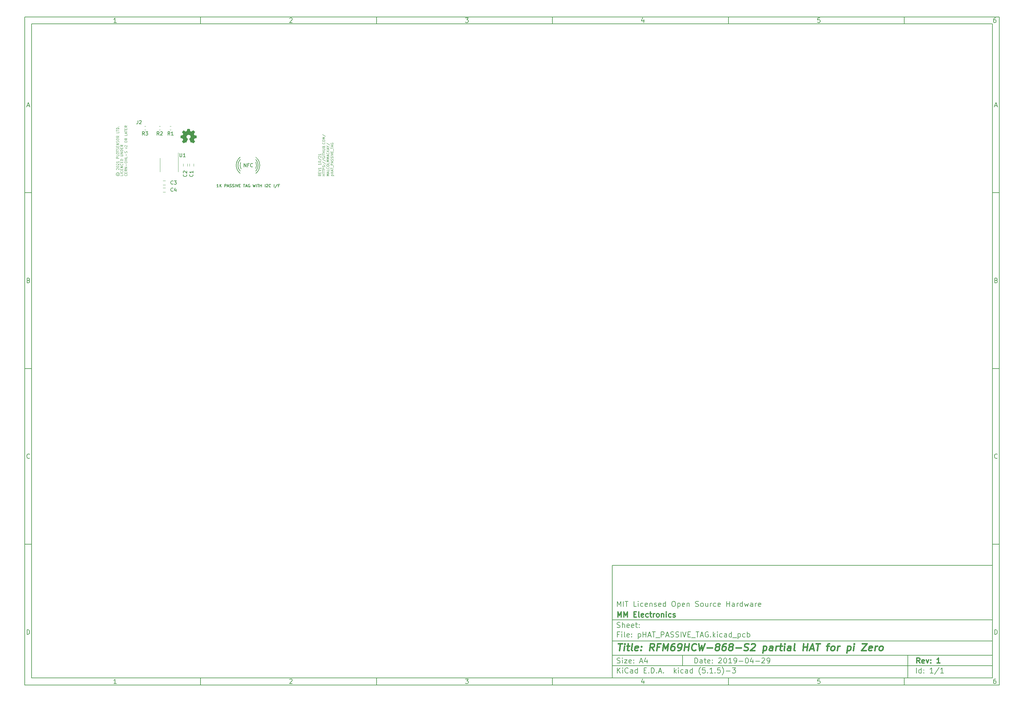
<source format=gbr>
%TF.GenerationSoftware,KiCad,Pcbnew,(5.1.5)-3*%
%TF.CreationDate,2021-10-20T11:59:03+01:00*%
%TF.ProjectId,pHAT_PASSIVE_TAG,70484154-5f50-4415-9353-4956455f5441,1*%
%TF.SameCoordinates,Original*%
%TF.FileFunction,Legend,Top*%
%TF.FilePolarity,Positive*%
%FSLAX46Y46*%
G04 Gerber Fmt 4.6, Leading zero omitted, Abs format (unit mm)*
G04 Created by KiCad (PCBNEW (5.1.5)-3) date 2021-10-20 11:59:03*
%MOMM*%
%LPD*%
G04 APERTURE LIST*
%ADD10C,0.100000*%
%ADD11C,0.150000*%
%ADD12C,0.300000*%
%ADD13C,0.400000*%
%ADD14C,0.120000*%
%ADD15C,0.010000*%
%ADD16C,0.450000*%
%ADD17C,0.800000*%
%ADD18C,6.200000*%
%ADD19O,1.700000X1.700000*%
%ADD20R,1.700000X1.700000*%
%ADD21R,0.750000X0.800000*%
%ADD22R,0.800000X0.750000*%
G04 APERTURE END LIST*
D10*
D11*
X177002200Y-166007200D02*
X177002200Y-198007200D01*
X285002200Y-198007200D01*
X285002200Y-166007200D01*
X177002200Y-166007200D01*
D10*
D11*
X10000000Y-10000000D02*
X10000000Y-200007200D01*
X287002200Y-200007200D01*
X287002200Y-10000000D01*
X10000000Y-10000000D01*
D10*
D11*
X12000000Y-12000000D02*
X12000000Y-198007200D01*
X285002200Y-198007200D01*
X285002200Y-12000000D01*
X12000000Y-12000000D01*
D10*
D11*
X60000000Y-12000000D02*
X60000000Y-10000000D01*
D10*
D11*
X110000000Y-12000000D02*
X110000000Y-10000000D01*
D10*
D11*
X160000000Y-12000000D02*
X160000000Y-10000000D01*
D10*
D11*
X210000000Y-12000000D02*
X210000000Y-10000000D01*
D10*
D11*
X260000000Y-12000000D02*
X260000000Y-10000000D01*
D10*
D11*
X36065476Y-11588095D02*
X35322619Y-11588095D01*
X35694047Y-11588095D02*
X35694047Y-10288095D01*
X35570238Y-10473809D01*
X35446428Y-10597619D01*
X35322619Y-10659523D01*
D10*
D11*
X85322619Y-10411904D02*
X85384523Y-10350000D01*
X85508333Y-10288095D01*
X85817857Y-10288095D01*
X85941666Y-10350000D01*
X86003571Y-10411904D01*
X86065476Y-10535714D01*
X86065476Y-10659523D01*
X86003571Y-10845238D01*
X85260714Y-11588095D01*
X86065476Y-11588095D01*
D10*
D11*
X135260714Y-10288095D02*
X136065476Y-10288095D01*
X135632142Y-10783333D01*
X135817857Y-10783333D01*
X135941666Y-10845238D01*
X136003571Y-10907142D01*
X136065476Y-11030952D01*
X136065476Y-11340476D01*
X136003571Y-11464285D01*
X135941666Y-11526190D01*
X135817857Y-11588095D01*
X135446428Y-11588095D01*
X135322619Y-11526190D01*
X135260714Y-11464285D01*
D10*
D11*
X185941666Y-10721428D02*
X185941666Y-11588095D01*
X185632142Y-10226190D02*
X185322619Y-11154761D01*
X186127380Y-11154761D01*
D10*
D11*
X236003571Y-10288095D02*
X235384523Y-10288095D01*
X235322619Y-10907142D01*
X235384523Y-10845238D01*
X235508333Y-10783333D01*
X235817857Y-10783333D01*
X235941666Y-10845238D01*
X236003571Y-10907142D01*
X236065476Y-11030952D01*
X236065476Y-11340476D01*
X236003571Y-11464285D01*
X235941666Y-11526190D01*
X235817857Y-11588095D01*
X235508333Y-11588095D01*
X235384523Y-11526190D01*
X235322619Y-11464285D01*
D10*
D11*
X285941666Y-10288095D02*
X285694047Y-10288095D01*
X285570238Y-10350000D01*
X285508333Y-10411904D01*
X285384523Y-10597619D01*
X285322619Y-10845238D01*
X285322619Y-11340476D01*
X285384523Y-11464285D01*
X285446428Y-11526190D01*
X285570238Y-11588095D01*
X285817857Y-11588095D01*
X285941666Y-11526190D01*
X286003571Y-11464285D01*
X286065476Y-11340476D01*
X286065476Y-11030952D01*
X286003571Y-10907142D01*
X285941666Y-10845238D01*
X285817857Y-10783333D01*
X285570238Y-10783333D01*
X285446428Y-10845238D01*
X285384523Y-10907142D01*
X285322619Y-11030952D01*
D10*
D11*
X60000000Y-198007200D02*
X60000000Y-200007200D01*
D10*
D11*
X110000000Y-198007200D02*
X110000000Y-200007200D01*
D10*
D11*
X160000000Y-198007200D02*
X160000000Y-200007200D01*
D10*
D11*
X210000000Y-198007200D02*
X210000000Y-200007200D01*
D10*
D11*
X260000000Y-198007200D02*
X260000000Y-200007200D01*
D10*
D11*
X36065476Y-199595295D02*
X35322619Y-199595295D01*
X35694047Y-199595295D02*
X35694047Y-198295295D01*
X35570238Y-198481009D01*
X35446428Y-198604819D01*
X35322619Y-198666723D01*
D10*
D11*
X85322619Y-198419104D02*
X85384523Y-198357200D01*
X85508333Y-198295295D01*
X85817857Y-198295295D01*
X85941666Y-198357200D01*
X86003571Y-198419104D01*
X86065476Y-198542914D01*
X86065476Y-198666723D01*
X86003571Y-198852438D01*
X85260714Y-199595295D01*
X86065476Y-199595295D01*
D10*
D11*
X135260714Y-198295295D02*
X136065476Y-198295295D01*
X135632142Y-198790533D01*
X135817857Y-198790533D01*
X135941666Y-198852438D01*
X136003571Y-198914342D01*
X136065476Y-199038152D01*
X136065476Y-199347676D01*
X136003571Y-199471485D01*
X135941666Y-199533390D01*
X135817857Y-199595295D01*
X135446428Y-199595295D01*
X135322619Y-199533390D01*
X135260714Y-199471485D01*
D10*
D11*
X185941666Y-198728628D02*
X185941666Y-199595295D01*
X185632142Y-198233390D02*
X185322619Y-199161961D01*
X186127380Y-199161961D01*
D10*
D11*
X236003571Y-198295295D02*
X235384523Y-198295295D01*
X235322619Y-198914342D01*
X235384523Y-198852438D01*
X235508333Y-198790533D01*
X235817857Y-198790533D01*
X235941666Y-198852438D01*
X236003571Y-198914342D01*
X236065476Y-199038152D01*
X236065476Y-199347676D01*
X236003571Y-199471485D01*
X235941666Y-199533390D01*
X235817857Y-199595295D01*
X235508333Y-199595295D01*
X235384523Y-199533390D01*
X235322619Y-199471485D01*
D10*
D11*
X285941666Y-198295295D02*
X285694047Y-198295295D01*
X285570238Y-198357200D01*
X285508333Y-198419104D01*
X285384523Y-198604819D01*
X285322619Y-198852438D01*
X285322619Y-199347676D01*
X285384523Y-199471485D01*
X285446428Y-199533390D01*
X285570238Y-199595295D01*
X285817857Y-199595295D01*
X285941666Y-199533390D01*
X286003571Y-199471485D01*
X286065476Y-199347676D01*
X286065476Y-199038152D01*
X286003571Y-198914342D01*
X285941666Y-198852438D01*
X285817857Y-198790533D01*
X285570238Y-198790533D01*
X285446428Y-198852438D01*
X285384523Y-198914342D01*
X285322619Y-199038152D01*
D10*
D11*
X10000000Y-60000000D02*
X12000000Y-60000000D01*
D10*
D11*
X10000000Y-110000000D02*
X12000000Y-110000000D01*
D10*
D11*
X10000000Y-160000000D02*
X12000000Y-160000000D01*
D10*
D11*
X10690476Y-35216666D02*
X11309523Y-35216666D01*
X10566666Y-35588095D02*
X11000000Y-34288095D01*
X11433333Y-35588095D01*
D10*
D11*
X11092857Y-84907142D02*
X11278571Y-84969047D01*
X11340476Y-85030952D01*
X11402380Y-85154761D01*
X11402380Y-85340476D01*
X11340476Y-85464285D01*
X11278571Y-85526190D01*
X11154761Y-85588095D01*
X10659523Y-85588095D01*
X10659523Y-84288095D01*
X11092857Y-84288095D01*
X11216666Y-84350000D01*
X11278571Y-84411904D01*
X11340476Y-84535714D01*
X11340476Y-84659523D01*
X11278571Y-84783333D01*
X11216666Y-84845238D01*
X11092857Y-84907142D01*
X10659523Y-84907142D01*
D10*
D11*
X11402380Y-135464285D02*
X11340476Y-135526190D01*
X11154761Y-135588095D01*
X11030952Y-135588095D01*
X10845238Y-135526190D01*
X10721428Y-135402380D01*
X10659523Y-135278571D01*
X10597619Y-135030952D01*
X10597619Y-134845238D01*
X10659523Y-134597619D01*
X10721428Y-134473809D01*
X10845238Y-134350000D01*
X11030952Y-134288095D01*
X11154761Y-134288095D01*
X11340476Y-134350000D01*
X11402380Y-134411904D01*
D10*
D11*
X10659523Y-185588095D02*
X10659523Y-184288095D01*
X10969047Y-184288095D01*
X11154761Y-184350000D01*
X11278571Y-184473809D01*
X11340476Y-184597619D01*
X11402380Y-184845238D01*
X11402380Y-185030952D01*
X11340476Y-185278571D01*
X11278571Y-185402380D01*
X11154761Y-185526190D01*
X10969047Y-185588095D01*
X10659523Y-185588095D01*
D10*
D11*
X287002200Y-60000000D02*
X285002200Y-60000000D01*
D10*
D11*
X287002200Y-110000000D02*
X285002200Y-110000000D01*
D10*
D11*
X287002200Y-160000000D02*
X285002200Y-160000000D01*
D10*
D11*
X285692676Y-35216666D02*
X286311723Y-35216666D01*
X285568866Y-35588095D02*
X286002200Y-34288095D01*
X286435533Y-35588095D01*
D10*
D11*
X286095057Y-84907142D02*
X286280771Y-84969047D01*
X286342676Y-85030952D01*
X286404580Y-85154761D01*
X286404580Y-85340476D01*
X286342676Y-85464285D01*
X286280771Y-85526190D01*
X286156961Y-85588095D01*
X285661723Y-85588095D01*
X285661723Y-84288095D01*
X286095057Y-84288095D01*
X286218866Y-84350000D01*
X286280771Y-84411904D01*
X286342676Y-84535714D01*
X286342676Y-84659523D01*
X286280771Y-84783333D01*
X286218866Y-84845238D01*
X286095057Y-84907142D01*
X285661723Y-84907142D01*
D10*
D11*
X286404580Y-135464285D02*
X286342676Y-135526190D01*
X286156961Y-135588095D01*
X286033152Y-135588095D01*
X285847438Y-135526190D01*
X285723628Y-135402380D01*
X285661723Y-135278571D01*
X285599819Y-135030952D01*
X285599819Y-134845238D01*
X285661723Y-134597619D01*
X285723628Y-134473809D01*
X285847438Y-134350000D01*
X286033152Y-134288095D01*
X286156961Y-134288095D01*
X286342676Y-134350000D01*
X286404580Y-134411904D01*
D10*
D11*
X285661723Y-185588095D02*
X285661723Y-184288095D01*
X285971247Y-184288095D01*
X286156961Y-184350000D01*
X286280771Y-184473809D01*
X286342676Y-184597619D01*
X286404580Y-184845238D01*
X286404580Y-185030952D01*
X286342676Y-185278571D01*
X286280771Y-185402380D01*
X286156961Y-185526190D01*
X285971247Y-185588095D01*
X285661723Y-185588095D01*
D10*
D11*
X200434342Y-193785771D02*
X200434342Y-192285771D01*
X200791485Y-192285771D01*
X201005771Y-192357200D01*
X201148628Y-192500057D01*
X201220057Y-192642914D01*
X201291485Y-192928628D01*
X201291485Y-193142914D01*
X201220057Y-193428628D01*
X201148628Y-193571485D01*
X201005771Y-193714342D01*
X200791485Y-193785771D01*
X200434342Y-193785771D01*
X202577200Y-193785771D02*
X202577200Y-193000057D01*
X202505771Y-192857200D01*
X202362914Y-192785771D01*
X202077200Y-192785771D01*
X201934342Y-192857200D01*
X202577200Y-193714342D02*
X202434342Y-193785771D01*
X202077200Y-193785771D01*
X201934342Y-193714342D01*
X201862914Y-193571485D01*
X201862914Y-193428628D01*
X201934342Y-193285771D01*
X202077200Y-193214342D01*
X202434342Y-193214342D01*
X202577200Y-193142914D01*
X203077200Y-192785771D02*
X203648628Y-192785771D01*
X203291485Y-192285771D02*
X203291485Y-193571485D01*
X203362914Y-193714342D01*
X203505771Y-193785771D01*
X203648628Y-193785771D01*
X204720057Y-193714342D02*
X204577200Y-193785771D01*
X204291485Y-193785771D01*
X204148628Y-193714342D01*
X204077200Y-193571485D01*
X204077200Y-193000057D01*
X204148628Y-192857200D01*
X204291485Y-192785771D01*
X204577200Y-192785771D01*
X204720057Y-192857200D01*
X204791485Y-193000057D01*
X204791485Y-193142914D01*
X204077200Y-193285771D01*
X205434342Y-193642914D02*
X205505771Y-193714342D01*
X205434342Y-193785771D01*
X205362914Y-193714342D01*
X205434342Y-193642914D01*
X205434342Y-193785771D01*
X205434342Y-192857200D02*
X205505771Y-192928628D01*
X205434342Y-193000057D01*
X205362914Y-192928628D01*
X205434342Y-192857200D01*
X205434342Y-193000057D01*
X207220057Y-192428628D02*
X207291485Y-192357200D01*
X207434342Y-192285771D01*
X207791485Y-192285771D01*
X207934342Y-192357200D01*
X208005771Y-192428628D01*
X208077200Y-192571485D01*
X208077200Y-192714342D01*
X208005771Y-192928628D01*
X207148628Y-193785771D01*
X208077200Y-193785771D01*
X209005771Y-192285771D02*
X209148628Y-192285771D01*
X209291485Y-192357200D01*
X209362914Y-192428628D01*
X209434342Y-192571485D01*
X209505771Y-192857200D01*
X209505771Y-193214342D01*
X209434342Y-193500057D01*
X209362914Y-193642914D01*
X209291485Y-193714342D01*
X209148628Y-193785771D01*
X209005771Y-193785771D01*
X208862914Y-193714342D01*
X208791485Y-193642914D01*
X208720057Y-193500057D01*
X208648628Y-193214342D01*
X208648628Y-192857200D01*
X208720057Y-192571485D01*
X208791485Y-192428628D01*
X208862914Y-192357200D01*
X209005771Y-192285771D01*
X210934342Y-193785771D02*
X210077200Y-193785771D01*
X210505771Y-193785771D02*
X210505771Y-192285771D01*
X210362914Y-192500057D01*
X210220057Y-192642914D01*
X210077200Y-192714342D01*
X211648628Y-193785771D02*
X211934342Y-193785771D01*
X212077200Y-193714342D01*
X212148628Y-193642914D01*
X212291485Y-193428628D01*
X212362914Y-193142914D01*
X212362914Y-192571485D01*
X212291485Y-192428628D01*
X212220057Y-192357200D01*
X212077200Y-192285771D01*
X211791485Y-192285771D01*
X211648628Y-192357200D01*
X211577200Y-192428628D01*
X211505771Y-192571485D01*
X211505771Y-192928628D01*
X211577200Y-193071485D01*
X211648628Y-193142914D01*
X211791485Y-193214342D01*
X212077200Y-193214342D01*
X212220057Y-193142914D01*
X212291485Y-193071485D01*
X212362914Y-192928628D01*
X213005771Y-193214342D02*
X214148628Y-193214342D01*
X215148628Y-192285771D02*
X215291485Y-192285771D01*
X215434342Y-192357200D01*
X215505771Y-192428628D01*
X215577200Y-192571485D01*
X215648628Y-192857200D01*
X215648628Y-193214342D01*
X215577200Y-193500057D01*
X215505771Y-193642914D01*
X215434342Y-193714342D01*
X215291485Y-193785771D01*
X215148628Y-193785771D01*
X215005771Y-193714342D01*
X214934342Y-193642914D01*
X214862914Y-193500057D01*
X214791485Y-193214342D01*
X214791485Y-192857200D01*
X214862914Y-192571485D01*
X214934342Y-192428628D01*
X215005771Y-192357200D01*
X215148628Y-192285771D01*
X216934342Y-192785771D02*
X216934342Y-193785771D01*
X216577200Y-192214342D02*
X216220057Y-193285771D01*
X217148628Y-193285771D01*
X217720057Y-193214342D02*
X218862914Y-193214342D01*
X219505771Y-192428628D02*
X219577200Y-192357200D01*
X219720057Y-192285771D01*
X220077200Y-192285771D01*
X220220057Y-192357200D01*
X220291485Y-192428628D01*
X220362914Y-192571485D01*
X220362914Y-192714342D01*
X220291485Y-192928628D01*
X219434342Y-193785771D01*
X220362914Y-193785771D01*
X221077200Y-193785771D02*
X221362914Y-193785771D01*
X221505771Y-193714342D01*
X221577200Y-193642914D01*
X221720057Y-193428628D01*
X221791485Y-193142914D01*
X221791485Y-192571485D01*
X221720057Y-192428628D01*
X221648628Y-192357200D01*
X221505771Y-192285771D01*
X221220057Y-192285771D01*
X221077200Y-192357200D01*
X221005771Y-192428628D01*
X220934342Y-192571485D01*
X220934342Y-192928628D01*
X221005771Y-193071485D01*
X221077200Y-193142914D01*
X221220057Y-193214342D01*
X221505771Y-193214342D01*
X221648628Y-193142914D01*
X221720057Y-193071485D01*
X221791485Y-192928628D01*
D10*
D11*
X177002200Y-194507200D02*
X285002200Y-194507200D01*
D10*
D11*
X178434342Y-196585771D02*
X178434342Y-195085771D01*
X179291485Y-196585771D02*
X178648628Y-195728628D01*
X179291485Y-195085771D02*
X178434342Y-195942914D01*
X179934342Y-196585771D02*
X179934342Y-195585771D01*
X179934342Y-195085771D02*
X179862914Y-195157200D01*
X179934342Y-195228628D01*
X180005771Y-195157200D01*
X179934342Y-195085771D01*
X179934342Y-195228628D01*
X181505771Y-196442914D02*
X181434342Y-196514342D01*
X181220057Y-196585771D01*
X181077200Y-196585771D01*
X180862914Y-196514342D01*
X180720057Y-196371485D01*
X180648628Y-196228628D01*
X180577200Y-195942914D01*
X180577200Y-195728628D01*
X180648628Y-195442914D01*
X180720057Y-195300057D01*
X180862914Y-195157200D01*
X181077200Y-195085771D01*
X181220057Y-195085771D01*
X181434342Y-195157200D01*
X181505771Y-195228628D01*
X182791485Y-196585771D02*
X182791485Y-195800057D01*
X182720057Y-195657200D01*
X182577200Y-195585771D01*
X182291485Y-195585771D01*
X182148628Y-195657200D01*
X182791485Y-196514342D02*
X182648628Y-196585771D01*
X182291485Y-196585771D01*
X182148628Y-196514342D01*
X182077200Y-196371485D01*
X182077200Y-196228628D01*
X182148628Y-196085771D01*
X182291485Y-196014342D01*
X182648628Y-196014342D01*
X182791485Y-195942914D01*
X184148628Y-196585771D02*
X184148628Y-195085771D01*
X184148628Y-196514342D02*
X184005771Y-196585771D01*
X183720057Y-196585771D01*
X183577200Y-196514342D01*
X183505771Y-196442914D01*
X183434342Y-196300057D01*
X183434342Y-195871485D01*
X183505771Y-195728628D01*
X183577200Y-195657200D01*
X183720057Y-195585771D01*
X184005771Y-195585771D01*
X184148628Y-195657200D01*
X186005771Y-195800057D02*
X186505771Y-195800057D01*
X186720057Y-196585771D02*
X186005771Y-196585771D01*
X186005771Y-195085771D01*
X186720057Y-195085771D01*
X187362914Y-196442914D02*
X187434342Y-196514342D01*
X187362914Y-196585771D01*
X187291485Y-196514342D01*
X187362914Y-196442914D01*
X187362914Y-196585771D01*
X188077200Y-196585771D02*
X188077200Y-195085771D01*
X188434342Y-195085771D01*
X188648628Y-195157200D01*
X188791485Y-195300057D01*
X188862914Y-195442914D01*
X188934342Y-195728628D01*
X188934342Y-195942914D01*
X188862914Y-196228628D01*
X188791485Y-196371485D01*
X188648628Y-196514342D01*
X188434342Y-196585771D01*
X188077200Y-196585771D01*
X189577200Y-196442914D02*
X189648628Y-196514342D01*
X189577200Y-196585771D01*
X189505771Y-196514342D01*
X189577200Y-196442914D01*
X189577200Y-196585771D01*
X190220057Y-196157200D02*
X190934342Y-196157200D01*
X190077200Y-196585771D02*
X190577200Y-195085771D01*
X191077200Y-196585771D01*
X191577200Y-196442914D02*
X191648628Y-196514342D01*
X191577200Y-196585771D01*
X191505771Y-196514342D01*
X191577200Y-196442914D01*
X191577200Y-196585771D01*
X194577200Y-196585771D02*
X194577200Y-195085771D01*
X194720057Y-196014342D02*
X195148628Y-196585771D01*
X195148628Y-195585771D02*
X194577200Y-196157200D01*
X195791485Y-196585771D02*
X195791485Y-195585771D01*
X195791485Y-195085771D02*
X195720057Y-195157200D01*
X195791485Y-195228628D01*
X195862914Y-195157200D01*
X195791485Y-195085771D01*
X195791485Y-195228628D01*
X197148628Y-196514342D02*
X197005771Y-196585771D01*
X196720057Y-196585771D01*
X196577200Y-196514342D01*
X196505771Y-196442914D01*
X196434342Y-196300057D01*
X196434342Y-195871485D01*
X196505771Y-195728628D01*
X196577200Y-195657200D01*
X196720057Y-195585771D01*
X197005771Y-195585771D01*
X197148628Y-195657200D01*
X198434342Y-196585771D02*
X198434342Y-195800057D01*
X198362914Y-195657200D01*
X198220057Y-195585771D01*
X197934342Y-195585771D01*
X197791485Y-195657200D01*
X198434342Y-196514342D02*
X198291485Y-196585771D01*
X197934342Y-196585771D01*
X197791485Y-196514342D01*
X197720057Y-196371485D01*
X197720057Y-196228628D01*
X197791485Y-196085771D01*
X197934342Y-196014342D01*
X198291485Y-196014342D01*
X198434342Y-195942914D01*
X199791485Y-196585771D02*
X199791485Y-195085771D01*
X199791485Y-196514342D02*
X199648628Y-196585771D01*
X199362914Y-196585771D01*
X199220057Y-196514342D01*
X199148628Y-196442914D01*
X199077200Y-196300057D01*
X199077200Y-195871485D01*
X199148628Y-195728628D01*
X199220057Y-195657200D01*
X199362914Y-195585771D01*
X199648628Y-195585771D01*
X199791485Y-195657200D01*
X202077200Y-197157200D02*
X202005771Y-197085771D01*
X201862914Y-196871485D01*
X201791485Y-196728628D01*
X201720057Y-196514342D01*
X201648628Y-196157200D01*
X201648628Y-195871485D01*
X201720057Y-195514342D01*
X201791485Y-195300057D01*
X201862914Y-195157200D01*
X202005771Y-194942914D01*
X202077200Y-194871485D01*
X203362914Y-195085771D02*
X202648628Y-195085771D01*
X202577200Y-195800057D01*
X202648628Y-195728628D01*
X202791485Y-195657200D01*
X203148628Y-195657200D01*
X203291485Y-195728628D01*
X203362914Y-195800057D01*
X203434342Y-195942914D01*
X203434342Y-196300057D01*
X203362914Y-196442914D01*
X203291485Y-196514342D01*
X203148628Y-196585771D01*
X202791485Y-196585771D01*
X202648628Y-196514342D01*
X202577200Y-196442914D01*
X204077200Y-196442914D02*
X204148628Y-196514342D01*
X204077200Y-196585771D01*
X204005771Y-196514342D01*
X204077200Y-196442914D01*
X204077200Y-196585771D01*
X205577200Y-196585771D02*
X204720057Y-196585771D01*
X205148628Y-196585771D02*
X205148628Y-195085771D01*
X205005771Y-195300057D01*
X204862914Y-195442914D01*
X204720057Y-195514342D01*
X206220057Y-196442914D02*
X206291485Y-196514342D01*
X206220057Y-196585771D01*
X206148628Y-196514342D01*
X206220057Y-196442914D01*
X206220057Y-196585771D01*
X207648628Y-195085771D02*
X206934342Y-195085771D01*
X206862914Y-195800057D01*
X206934342Y-195728628D01*
X207077200Y-195657200D01*
X207434342Y-195657200D01*
X207577200Y-195728628D01*
X207648628Y-195800057D01*
X207720057Y-195942914D01*
X207720057Y-196300057D01*
X207648628Y-196442914D01*
X207577200Y-196514342D01*
X207434342Y-196585771D01*
X207077200Y-196585771D01*
X206934342Y-196514342D01*
X206862914Y-196442914D01*
X208220057Y-197157200D02*
X208291485Y-197085771D01*
X208434342Y-196871485D01*
X208505771Y-196728628D01*
X208577200Y-196514342D01*
X208648628Y-196157200D01*
X208648628Y-195871485D01*
X208577200Y-195514342D01*
X208505771Y-195300057D01*
X208434342Y-195157200D01*
X208291485Y-194942914D01*
X208220057Y-194871485D01*
X209362914Y-196014342D02*
X210505771Y-196014342D01*
X211077200Y-195085771D02*
X212005771Y-195085771D01*
X211505771Y-195657200D01*
X211720057Y-195657200D01*
X211862914Y-195728628D01*
X211934342Y-195800057D01*
X212005771Y-195942914D01*
X212005771Y-196300057D01*
X211934342Y-196442914D01*
X211862914Y-196514342D01*
X211720057Y-196585771D01*
X211291485Y-196585771D01*
X211148628Y-196514342D01*
X211077200Y-196442914D01*
D10*
D11*
X177002200Y-191507200D02*
X285002200Y-191507200D01*
D10*
D12*
X264411485Y-193785771D02*
X263911485Y-193071485D01*
X263554342Y-193785771D02*
X263554342Y-192285771D01*
X264125771Y-192285771D01*
X264268628Y-192357200D01*
X264340057Y-192428628D01*
X264411485Y-192571485D01*
X264411485Y-192785771D01*
X264340057Y-192928628D01*
X264268628Y-193000057D01*
X264125771Y-193071485D01*
X263554342Y-193071485D01*
X265625771Y-193714342D02*
X265482914Y-193785771D01*
X265197200Y-193785771D01*
X265054342Y-193714342D01*
X264982914Y-193571485D01*
X264982914Y-193000057D01*
X265054342Y-192857200D01*
X265197200Y-192785771D01*
X265482914Y-192785771D01*
X265625771Y-192857200D01*
X265697200Y-193000057D01*
X265697200Y-193142914D01*
X264982914Y-193285771D01*
X266197200Y-192785771D02*
X266554342Y-193785771D01*
X266911485Y-192785771D01*
X267482914Y-193642914D02*
X267554342Y-193714342D01*
X267482914Y-193785771D01*
X267411485Y-193714342D01*
X267482914Y-193642914D01*
X267482914Y-193785771D01*
X267482914Y-192857200D02*
X267554342Y-192928628D01*
X267482914Y-193000057D01*
X267411485Y-192928628D01*
X267482914Y-192857200D01*
X267482914Y-193000057D01*
X270125771Y-193785771D02*
X269268628Y-193785771D01*
X269697200Y-193785771D02*
X269697200Y-192285771D01*
X269554342Y-192500057D01*
X269411485Y-192642914D01*
X269268628Y-192714342D01*
D10*
D11*
X178362914Y-193714342D02*
X178577200Y-193785771D01*
X178934342Y-193785771D01*
X179077200Y-193714342D01*
X179148628Y-193642914D01*
X179220057Y-193500057D01*
X179220057Y-193357200D01*
X179148628Y-193214342D01*
X179077200Y-193142914D01*
X178934342Y-193071485D01*
X178648628Y-193000057D01*
X178505771Y-192928628D01*
X178434342Y-192857200D01*
X178362914Y-192714342D01*
X178362914Y-192571485D01*
X178434342Y-192428628D01*
X178505771Y-192357200D01*
X178648628Y-192285771D01*
X179005771Y-192285771D01*
X179220057Y-192357200D01*
X179862914Y-193785771D02*
X179862914Y-192785771D01*
X179862914Y-192285771D02*
X179791485Y-192357200D01*
X179862914Y-192428628D01*
X179934342Y-192357200D01*
X179862914Y-192285771D01*
X179862914Y-192428628D01*
X180434342Y-192785771D02*
X181220057Y-192785771D01*
X180434342Y-193785771D01*
X181220057Y-193785771D01*
X182362914Y-193714342D02*
X182220057Y-193785771D01*
X181934342Y-193785771D01*
X181791485Y-193714342D01*
X181720057Y-193571485D01*
X181720057Y-193000057D01*
X181791485Y-192857200D01*
X181934342Y-192785771D01*
X182220057Y-192785771D01*
X182362914Y-192857200D01*
X182434342Y-193000057D01*
X182434342Y-193142914D01*
X181720057Y-193285771D01*
X183077200Y-193642914D02*
X183148628Y-193714342D01*
X183077200Y-193785771D01*
X183005771Y-193714342D01*
X183077200Y-193642914D01*
X183077200Y-193785771D01*
X183077200Y-192857200D02*
X183148628Y-192928628D01*
X183077200Y-193000057D01*
X183005771Y-192928628D01*
X183077200Y-192857200D01*
X183077200Y-193000057D01*
X184862914Y-193357200D02*
X185577200Y-193357200D01*
X184720057Y-193785771D02*
X185220057Y-192285771D01*
X185720057Y-193785771D01*
X186862914Y-192785771D02*
X186862914Y-193785771D01*
X186505771Y-192214342D02*
X186148628Y-193285771D01*
X187077200Y-193285771D01*
D10*
D11*
X263434342Y-196585771D02*
X263434342Y-195085771D01*
X264791485Y-196585771D02*
X264791485Y-195085771D01*
X264791485Y-196514342D02*
X264648628Y-196585771D01*
X264362914Y-196585771D01*
X264220057Y-196514342D01*
X264148628Y-196442914D01*
X264077200Y-196300057D01*
X264077200Y-195871485D01*
X264148628Y-195728628D01*
X264220057Y-195657200D01*
X264362914Y-195585771D01*
X264648628Y-195585771D01*
X264791485Y-195657200D01*
X265505771Y-196442914D02*
X265577200Y-196514342D01*
X265505771Y-196585771D01*
X265434342Y-196514342D01*
X265505771Y-196442914D01*
X265505771Y-196585771D01*
X265505771Y-195657200D02*
X265577200Y-195728628D01*
X265505771Y-195800057D01*
X265434342Y-195728628D01*
X265505771Y-195657200D01*
X265505771Y-195800057D01*
X268148628Y-196585771D02*
X267291485Y-196585771D01*
X267720057Y-196585771D02*
X267720057Y-195085771D01*
X267577200Y-195300057D01*
X267434342Y-195442914D01*
X267291485Y-195514342D01*
X269862914Y-195014342D02*
X268577200Y-196942914D01*
X271148628Y-196585771D02*
X270291485Y-196585771D01*
X270720057Y-196585771D02*
X270720057Y-195085771D01*
X270577200Y-195300057D01*
X270434342Y-195442914D01*
X270291485Y-195514342D01*
D10*
D11*
X177002200Y-187507200D02*
X285002200Y-187507200D01*
D10*
D13*
X178714580Y-188211961D02*
X179857438Y-188211961D01*
X179036009Y-190211961D02*
X179286009Y-188211961D01*
X180274104Y-190211961D02*
X180440771Y-188878628D01*
X180524104Y-188211961D02*
X180416961Y-188307200D01*
X180500295Y-188402438D01*
X180607438Y-188307200D01*
X180524104Y-188211961D01*
X180500295Y-188402438D01*
X181107438Y-188878628D02*
X181869342Y-188878628D01*
X181476485Y-188211961D02*
X181262200Y-189926247D01*
X181333628Y-190116723D01*
X181512200Y-190211961D01*
X181702676Y-190211961D01*
X182655057Y-190211961D02*
X182476485Y-190116723D01*
X182405057Y-189926247D01*
X182619342Y-188211961D01*
X184190771Y-190116723D02*
X183988390Y-190211961D01*
X183607438Y-190211961D01*
X183428866Y-190116723D01*
X183357438Y-189926247D01*
X183452676Y-189164342D01*
X183571723Y-188973866D01*
X183774104Y-188878628D01*
X184155057Y-188878628D01*
X184333628Y-188973866D01*
X184405057Y-189164342D01*
X184381247Y-189354819D01*
X183405057Y-189545295D01*
X185155057Y-190021485D02*
X185238390Y-190116723D01*
X185131247Y-190211961D01*
X185047914Y-190116723D01*
X185155057Y-190021485D01*
X185131247Y-190211961D01*
X185286009Y-188973866D02*
X185369342Y-189069104D01*
X185262200Y-189164342D01*
X185178866Y-189069104D01*
X185286009Y-188973866D01*
X185262200Y-189164342D01*
X188750295Y-190211961D02*
X188202676Y-189259580D01*
X187607438Y-190211961D02*
X187857438Y-188211961D01*
X188619342Y-188211961D01*
X188797914Y-188307200D01*
X188881247Y-188402438D01*
X188952676Y-188592914D01*
X188916961Y-188878628D01*
X188797914Y-189069104D01*
X188690771Y-189164342D01*
X188488390Y-189259580D01*
X187726485Y-189259580D01*
X190405057Y-189164342D02*
X189738390Y-189164342D01*
X189607438Y-190211961D02*
X189857438Y-188211961D01*
X190809819Y-188211961D01*
X191321723Y-190211961D02*
X191571723Y-188211961D01*
X192059819Y-189640533D01*
X192905057Y-188211961D01*
X192655057Y-190211961D01*
X194714580Y-188211961D02*
X194333628Y-188211961D01*
X194131247Y-188307200D01*
X194024104Y-188402438D01*
X193797914Y-188688152D01*
X193655057Y-189069104D01*
X193559819Y-189831009D01*
X193631247Y-190021485D01*
X193714580Y-190116723D01*
X193893152Y-190211961D01*
X194274104Y-190211961D01*
X194476485Y-190116723D01*
X194583628Y-190021485D01*
X194702676Y-189831009D01*
X194762200Y-189354819D01*
X194690771Y-189164342D01*
X194607438Y-189069104D01*
X194428866Y-188973866D01*
X194047914Y-188973866D01*
X193845533Y-189069104D01*
X193738390Y-189164342D01*
X193619342Y-189354819D01*
X195607438Y-190211961D02*
X195988390Y-190211961D01*
X196190771Y-190116723D01*
X196297914Y-190021485D01*
X196524104Y-189735771D01*
X196666961Y-189354819D01*
X196762200Y-188592914D01*
X196690771Y-188402438D01*
X196607438Y-188307200D01*
X196428866Y-188211961D01*
X196047914Y-188211961D01*
X195845533Y-188307200D01*
X195738390Y-188402438D01*
X195619342Y-188592914D01*
X195559819Y-189069104D01*
X195631247Y-189259580D01*
X195714580Y-189354819D01*
X195893152Y-189450057D01*
X196274104Y-189450057D01*
X196476485Y-189354819D01*
X196583628Y-189259580D01*
X196702676Y-189069104D01*
X197416961Y-190211961D02*
X197666961Y-188211961D01*
X197547914Y-189164342D02*
X198690771Y-189164342D01*
X198559819Y-190211961D02*
X198809819Y-188211961D01*
X200678866Y-190021485D02*
X200571723Y-190116723D01*
X200274104Y-190211961D01*
X200083628Y-190211961D01*
X199809819Y-190116723D01*
X199643152Y-189926247D01*
X199571723Y-189735771D01*
X199524104Y-189354819D01*
X199559819Y-189069104D01*
X199702676Y-188688152D01*
X199821723Y-188497676D01*
X200036009Y-188307200D01*
X200333628Y-188211961D01*
X200524104Y-188211961D01*
X200797914Y-188307200D01*
X200881247Y-188402438D01*
X201571723Y-188211961D02*
X201797914Y-190211961D01*
X202357438Y-188783390D01*
X202559819Y-190211961D01*
X203286009Y-188211961D01*
X203893152Y-189450057D02*
X205416961Y-189450057D01*
X206702676Y-189069104D02*
X206524104Y-188973866D01*
X206440771Y-188878628D01*
X206369342Y-188688152D01*
X206381247Y-188592914D01*
X206500295Y-188402438D01*
X206607438Y-188307200D01*
X206809819Y-188211961D01*
X207190771Y-188211961D01*
X207369342Y-188307200D01*
X207452676Y-188402438D01*
X207524104Y-188592914D01*
X207512200Y-188688152D01*
X207393152Y-188878628D01*
X207286009Y-188973866D01*
X207083628Y-189069104D01*
X206702676Y-189069104D01*
X206500295Y-189164342D01*
X206393152Y-189259580D01*
X206274104Y-189450057D01*
X206226485Y-189831009D01*
X206297914Y-190021485D01*
X206381247Y-190116723D01*
X206559819Y-190211961D01*
X206940771Y-190211961D01*
X207143152Y-190116723D01*
X207250295Y-190021485D01*
X207369342Y-189831009D01*
X207416961Y-189450057D01*
X207345533Y-189259580D01*
X207262200Y-189164342D01*
X207083628Y-189069104D01*
X209286009Y-188211961D02*
X208905057Y-188211961D01*
X208702676Y-188307200D01*
X208595533Y-188402438D01*
X208369342Y-188688152D01*
X208226485Y-189069104D01*
X208131247Y-189831009D01*
X208202676Y-190021485D01*
X208286009Y-190116723D01*
X208464580Y-190211961D01*
X208845533Y-190211961D01*
X209047914Y-190116723D01*
X209155057Y-190021485D01*
X209274104Y-189831009D01*
X209333628Y-189354819D01*
X209262200Y-189164342D01*
X209178866Y-189069104D01*
X209000295Y-188973866D01*
X208619342Y-188973866D01*
X208416961Y-189069104D01*
X208309819Y-189164342D01*
X208190771Y-189354819D01*
X210512200Y-189069104D02*
X210333628Y-188973866D01*
X210250295Y-188878628D01*
X210178866Y-188688152D01*
X210190771Y-188592914D01*
X210309819Y-188402438D01*
X210416961Y-188307200D01*
X210619342Y-188211961D01*
X211000295Y-188211961D01*
X211178866Y-188307200D01*
X211262200Y-188402438D01*
X211333628Y-188592914D01*
X211321723Y-188688152D01*
X211202676Y-188878628D01*
X211095533Y-188973866D01*
X210893152Y-189069104D01*
X210512200Y-189069104D01*
X210309819Y-189164342D01*
X210202676Y-189259580D01*
X210083628Y-189450057D01*
X210036009Y-189831009D01*
X210107438Y-190021485D01*
X210190771Y-190116723D01*
X210369342Y-190211961D01*
X210750295Y-190211961D01*
X210952676Y-190116723D01*
X211059819Y-190021485D01*
X211178866Y-189831009D01*
X211226485Y-189450057D01*
X211155057Y-189259580D01*
X211071723Y-189164342D01*
X210893152Y-189069104D01*
X212083628Y-189450057D02*
X213607438Y-189450057D01*
X214381247Y-190116723D02*
X214655057Y-190211961D01*
X215131247Y-190211961D01*
X215333628Y-190116723D01*
X215440771Y-190021485D01*
X215559819Y-189831009D01*
X215583628Y-189640533D01*
X215512200Y-189450057D01*
X215428866Y-189354819D01*
X215250295Y-189259580D01*
X214881247Y-189164342D01*
X214702676Y-189069104D01*
X214619342Y-188973866D01*
X214547914Y-188783390D01*
X214571723Y-188592914D01*
X214690771Y-188402438D01*
X214797914Y-188307200D01*
X215000295Y-188211961D01*
X215476485Y-188211961D01*
X215750295Y-188307200D01*
X216500295Y-188402438D02*
X216607438Y-188307200D01*
X216809819Y-188211961D01*
X217286009Y-188211961D01*
X217464580Y-188307200D01*
X217547914Y-188402438D01*
X217619342Y-188592914D01*
X217595533Y-188783390D01*
X217464580Y-189069104D01*
X216178866Y-190211961D01*
X217416961Y-190211961D01*
X219964580Y-188878628D02*
X219714580Y-190878628D01*
X219952676Y-188973866D02*
X220155057Y-188878628D01*
X220536009Y-188878628D01*
X220714580Y-188973866D01*
X220797914Y-189069104D01*
X220869342Y-189259580D01*
X220797914Y-189831009D01*
X220678866Y-190021485D01*
X220571723Y-190116723D01*
X220369342Y-190211961D01*
X219988390Y-190211961D01*
X219809819Y-190116723D01*
X222464580Y-190211961D02*
X222595533Y-189164342D01*
X222524104Y-188973866D01*
X222345533Y-188878628D01*
X221964580Y-188878628D01*
X221762200Y-188973866D01*
X222476485Y-190116723D02*
X222274104Y-190211961D01*
X221797914Y-190211961D01*
X221619342Y-190116723D01*
X221547914Y-189926247D01*
X221571723Y-189735771D01*
X221690771Y-189545295D01*
X221893152Y-189450057D01*
X222369342Y-189450057D01*
X222571723Y-189354819D01*
X223416961Y-190211961D02*
X223583628Y-188878628D01*
X223536009Y-189259580D02*
X223655057Y-189069104D01*
X223762199Y-188973866D01*
X223964580Y-188878628D01*
X224155057Y-188878628D01*
X224536009Y-188878628D02*
X225297914Y-188878628D01*
X224905057Y-188211961D02*
X224690771Y-189926247D01*
X224762200Y-190116723D01*
X224940771Y-190211961D01*
X225131247Y-190211961D01*
X225797914Y-190211961D02*
X225964580Y-188878628D01*
X226047914Y-188211961D02*
X225940771Y-188307200D01*
X226024104Y-188402438D01*
X226131247Y-188307200D01*
X226047914Y-188211961D01*
X226024104Y-188402438D01*
X227607438Y-190211961D02*
X227738390Y-189164342D01*
X227666961Y-188973866D01*
X227488390Y-188878628D01*
X227107438Y-188878628D01*
X226905057Y-188973866D01*
X227619342Y-190116723D02*
X227416961Y-190211961D01*
X226940771Y-190211961D01*
X226762200Y-190116723D01*
X226690771Y-189926247D01*
X226714580Y-189735771D01*
X226833628Y-189545295D01*
X227036009Y-189450057D01*
X227512200Y-189450057D01*
X227714580Y-189354819D01*
X228845533Y-190211961D02*
X228666961Y-190116723D01*
X228595533Y-189926247D01*
X228809819Y-188211961D01*
X231131247Y-190211961D02*
X231381247Y-188211961D01*
X231262199Y-189164342D02*
X232405057Y-189164342D01*
X232274104Y-190211961D02*
X232524104Y-188211961D01*
X233202676Y-189640533D02*
X234155057Y-189640533D01*
X232940771Y-190211961D02*
X233857438Y-188211961D01*
X234274104Y-190211961D01*
X234905057Y-188211961D02*
X236047914Y-188211961D01*
X235226485Y-190211961D02*
X235476485Y-188211961D01*
X237869342Y-188878628D02*
X238631247Y-188878628D01*
X237988390Y-190211961D02*
X238202676Y-188497676D01*
X238321723Y-188307200D01*
X238524104Y-188211961D01*
X238714580Y-188211961D01*
X239416961Y-190211961D02*
X239238390Y-190116723D01*
X239155057Y-190021485D01*
X239083628Y-189831009D01*
X239155057Y-189259580D01*
X239274104Y-189069104D01*
X239381247Y-188973866D01*
X239583628Y-188878628D01*
X239869342Y-188878628D01*
X240047914Y-188973866D01*
X240131247Y-189069104D01*
X240202676Y-189259580D01*
X240131247Y-189831009D01*
X240012199Y-190021485D01*
X239905057Y-190116723D01*
X239702676Y-190211961D01*
X239416961Y-190211961D01*
X240940771Y-190211961D02*
X241107438Y-188878628D01*
X241059819Y-189259580D02*
X241178866Y-189069104D01*
X241286009Y-188973866D01*
X241488390Y-188878628D01*
X241678866Y-188878628D01*
X243869342Y-188878628D02*
X243619342Y-190878628D01*
X243857438Y-188973866D02*
X244059819Y-188878628D01*
X244440771Y-188878628D01*
X244619342Y-188973866D01*
X244702676Y-189069104D01*
X244774104Y-189259580D01*
X244702676Y-189831009D01*
X244583628Y-190021485D01*
X244476485Y-190116723D01*
X244274104Y-190211961D01*
X243893152Y-190211961D01*
X243714580Y-190116723D01*
X245512199Y-190211961D02*
X245678866Y-188878628D01*
X245762199Y-188211961D02*
X245655057Y-188307200D01*
X245738390Y-188402438D01*
X245845533Y-188307200D01*
X245762199Y-188211961D01*
X245738390Y-188402438D01*
X248047914Y-188211961D02*
X249381247Y-188211961D01*
X247797914Y-190211961D01*
X249131247Y-190211961D01*
X250666961Y-190116723D02*
X250464580Y-190211961D01*
X250083628Y-190211961D01*
X249905057Y-190116723D01*
X249833628Y-189926247D01*
X249928866Y-189164342D01*
X250047914Y-188973866D01*
X250250295Y-188878628D01*
X250631247Y-188878628D01*
X250809819Y-188973866D01*
X250881247Y-189164342D01*
X250857438Y-189354819D01*
X249881247Y-189545295D01*
X251607438Y-190211961D02*
X251774104Y-188878628D01*
X251726485Y-189259580D02*
X251845533Y-189069104D01*
X251952676Y-188973866D01*
X252155057Y-188878628D01*
X252345533Y-188878628D01*
X253131247Y-190211961D02*
X252952676Y-190116723D01*
X252869342Y-190021485D01*
X252797914Y-189831009D01*
X252869342Y-189259580D01*
X252988390Y-189069104D01*
X253095533Y-188973866D01*
X253297914Y-188878628D01*
X253583628Y-188878628D01*
X253762200Y-188973866D01*
X253845533Y-189069104D01*
X253916961Y-189259580D01*
X253845533Y-189831009D01*
X253726485Y-190021485D01*
X253619342Y-190116723D01*
X253416961Y-190211961D01*
X253131247Y-190211961D01*
D10*
D11*
X178934342Y-185600057D02*
X178434342Y-185600057D01*
X178434342Y-186385771D02*
X178434342Y-184885771D01*
X179148628Y-184885771D01*
X179720057Y-186385771D02*
X179720057Y-185385771D01*
X179720057Y-184885771D02*
X179648628Y-184957200D01*
X179720057Y-185028628D01*
X179791485Y-184957200D01*
X179720057Y-184885771D01*
X179720057Y-185028628D01*
X180648628Y-186385771D02*
X180505771Y-186314342D01*
X180434342Y-186171485D01*
X180434342Y-184885771D01*
X181791485Y-186314342D02*
X181648628Y-186385771D01*
X181362914Y-186385771D01*
X181220057Y-186314342D01*
X181148628Y-186171485D01*
X181148628Y-185600057D01*
X181220057Y-185457200D01*
X181362914Y-185385771D01*
X181648628Y-185385771D01*
X181791485Y-185457200D01*
X181862914Y-185600057D01*
X181862914Y-185742914D01*
X181148628Y-185885771D01*
X182505771Y-186242914D02*
X182577200Y-186314342D01*
X182505771Y-186385771D01*
X182434342Y-186314342D01*
X182505771Y-186242914D01*
X182505771Y-186385771D01*
X182505771Y-185457200D02*
X182577200Y-185528628D01*
X182505771Y-185600057D01*
X182434342Y-185528628D01*
X182505771Y-185457200D01*
X182505771Y-185600057D01*
X184362914Y-185385771D02*
X184362914Y-186885771D01*
X184362914Y-185457200D02*
X184505771Y-185385771D01*
X184791485Y-185385771D01*
X184934342Y-185457200D01*
X185005771Y-185528628D01*
X185077200Y-185671485D01*
X185077200Y-186100057D01*
X185005771Y-186242914D01*
X184934342Y-186314342D01*
X184791485Y-186385771D01*
X184505771Y-186385771D01*
X184362914Y-186314342D01*
X185720057Y-186385771D02*
X185720057Y-184885771D01*
X185720057Y-185600057D02*
X186577200Y-185600057D01*
X186577200Y-186385771D02*
X186577200Y-184885771D01*
X187220057Y-185957200D02*
X187934342Y-185957200D01*
X187077200Y-186385771D02*
X187577200Y-184885771D01*
X188077200Y-186385771D01*
X188362914Y-184885771D02*
X189220057Y-184885771D01*
X188791485Y-186385771D02*
X188791485Y-184885771D01*
X189362914Y-186528628D02*
X190505771Y-186528628D01*
X190862914Y-186385771D02*
X190862914Y-184885771D01*
X191434342Y-184885771D01*
X191577200Y-184957200D01*
X191648628Y-185028628D01*
X191720057Y-185171485D01*
X191720057Y-185385771D01*
X191648628Y-185528628D01*
X191577200Y-185600057D01*
X191434342Y-185671485D01*
X190862914Y-185671485D01*
X192291485Y-185957200D02*
X193005771Y-185957200D01*
X192148628Y-186385771D02*
X192648628Y-184885771D01*
X193148628Y-186385771D01*
X193577200Y-186314342D02*
X193791485Y-186385771D01*
X194148628Y-186385771D01*
X194291485Y-186314342D01*
X194362914Y-186242914D01*
X194434342Y-186100057D01*
X194434342Y-185957200D01*
X194362914Y-185814342D01*
X194291485Y-185742914D01*
X194148628Y-185671485D01*
X193862914Y-185600057D01*
X193720057Y-185528628D01*
X193648628Y-185457200D01*
X193577200Y-185314342D01*
X193577200Y-185171485D01*
X193648628Y-185028628D01*
X193720057Y-184957200D01*
X193862914Y-184885771D01*
X194220057Y-184885771D01*
X194434342Y-184957200D01*
X195005771Y-186314342D02*
X195220057Y-186385771D01*
X195577200Y-186385771D01*
X195720057Y-186314342D01*
X195791485Y-186242914D01*
X195862914Y-186100057D01*
X195862914Y-185957200D01*
X195791485Y-185814342D01*
X195720057Y-185742914D01*
X195577200Y-185671485D01*
X195291485Y-185600057D01*
X195148628Y-185528628D01*
X195077200Y-185457200D01*
X195005771Y-185314342D01*
X195005771Y-185171485D01*
X195077200Y-185028628D01*
X195148628Y-184957200D01*
X195291485Y-184885771D01*
X195648628Y-184885771D01*
X195862914Y-184957200D01*
X196505771Y-186385771D02*
X196505771Y-184885771D01*
X197005771Y-184885771D02*
X197505771Y-186385771D01*
X198005771Y-184885771D01*
X198505771Y-185600057D02*
X199005771Y-185600057D01*
X199220057Y-186385771D02*
X198505771Y-186385771D01*
X198505771Y-184885771D01*
X199220057Y-184885771D01*
X199505771Y-186528628D02*
X200648628Y-186528628D01*
X200791485Y-184885771D02*
X201648628Y-184885771D01*
X201220057Y-186385771D02*
X201220057Y-184885771D01*
X202077200Y-185957200D02*
X202791485Y-185957200D01*
X201934342Y-186385771D02*
X202434342Y-184885771D01*
X202934342Y-186385771D01*
X204220057Y-184957200D02*
X204077200Y-184885771D01*
X203862914Y-184885771D01*
X203648628Y-184957200D01*
X203505771Y-185100057D01*
X203434342Y-185242914D01*
X203362914Y-185528628D01*
X203362914Y-185742914D01*
X203434342Y-186028628D01*
X203505771Y-186171485D01*
X203648628Y-186314342D01*
X203862914Y-186385771D01*
X204005771Y-186385771D01*
X204220057Y-186314342D01*
X204291485Y-186242914D01*
X204291485Y-185742914D01*
X204005771Y-185742914D01*
X204934342Y-186242914D02*
X205005771Y-186314342D01*
X204934342Y-186385771D01*
X204862914Y-186314342D01*
X204934342Y-186242914D01*
X204934342Y-186385771D01*
X205648628Y-186385771D02*
X205648628Y-184885771D01*
X205791485Y-185814342D02*
X206220057Y-186385771D01*
X206220057Y-185385771D02*
X205648628Y-185957200D01*
X206862914Y-186385771D02*
X206862914Y-185385771D01*
X206862914Y-184885771D02*
X206791485Y-184957200D01*
X206862914Y-185028628D01*
X206934342Y-184957200D01*
X206862914Y-184885771D01*
X206862914Y-185028628D01*
X208220057Y-186314342D02*
X208077200Y-186385771D01*
X207791485Y-186385771D01*
X207648628Y-186314342D01*
X207577200Y-186242914D01*
X207505771Y-186100057D01*
X207505771Y-185671485D01*
X207577200Y-185528628D01*
X207648628Y-185457200D01*
X207791485Y-185385771D01*
X208077200Y-185385771D01*
X208220057Y-185457200D01*
X209505771Y-186385771D02*
X209505771Y-185600057D01*
X209434342Y-185457200D01*
X209291485Y-185385771D01*
X209005771Y-185385771D01*
X208862914Y-185457200D01*
X209505771Y-186314342D02*
X209362914Y-186385771D01*
X209005771Y-186385771D01*
X208862914Y-186314342D01*
X208791485Y-186171485D01*
X208791485Y-186028628D01*
X208862914Y-185885771D01*
X209005771Y-185814342D01*
X209362914Y-185814342D01*
X209505771Y-185742914D01*
X210862914Y-186385771D02*
X210862914Y-184885771D01*
X210862914Y-186314342D02*
X210720057Y-186385771D01*
X210434342Y-186385771D01*
X210291485Y-186314342D01*
X210220057Y-186242914D01*
X210148628Y-186100057D01*
X210148628Y-185671485D01*
X210220057Y-185528628D01*
X210291485Y-185457200D01*
X210434342Y-185385771D01*
X210720057Y-185385771D01*
X210862914Y-185457200D01*
X211220057Y-186528628D02*
X212362914Y-186528628D01*
X212720057Y-185385771D02*
X212720057Y-186885771D01*
X212720057Y-185457200D02*
X212862914Y-185385771D01*
X213148628Y-185385771D01*
X213291485Y-185457200D01*
X213362914Y-185528628D01*
X213434342Y-185671485D01*
X213434342Y-186100057D01*
X213362914Y-186242914D01*
X213291485Y-186314342D01*
X213148628Y-186385771D01*
X212862914Y-186385771D01*
X212720057Y-186314342D01*
X214720057Y-186314342D02*
X214577200Y-186385771D01*
X214291485Y-186385771D01*
X214148628Y-186314342D01*
X214077200Y-186242914D01*
X214005771Y-186100057D01*
X214005771Y-185671485D01*
X214077200Y-185528628D01*
X214148628Y-185457200D01*
X214291485Y-185385771D01*
X214577200Y-185385771D01*
X214720057Y-185457200D01*
X215362914Y-186385771D02*
X215362914Y-184885771D01*
X215362914Y-185457200D02*
X215505771Y-185385771D01*
X215791485Y-185385771D01*
X215934342Y-185457200D01*
X216005771Y-185528628D01*
X216077200Y-185671485D01*
X216077200Y-186100057D01*
X216005771Y-186242914D01*
X215934342Y-186314342D01*
X215791485Y-186385771D01*
X215505771Y-186385771D01*
X215362914Y-186314342D01*
D10*
D11*
X177002200Y-181507200D02*
X285002200Y-181507200D01*
D10*
D11*
X178362914Y-183614342D02*
X178577200Y-183685771D01*
X178934342Y-183685771D01*
X179077200Y-183614342D01*
X179148628Y-183542914D01*
X179220057Y-183400057D01*
X179220057Y-183257200D01*
X179148628Y-183114342D01*
X179077200Y-183042914D01*
X178934342Y-182971485D01*
X178648628Y-182900057D01*
X178505771Y-182828628D01*
X178434342Y-182757200D01*
X178362914Y-182614342D01*
X178362914Y-182471485D01*
X178434342Y-182328628D01*
X178505771Y-182257200D01*
X178648628Y-182185771D01*
X179005771Y-182185771D01*
X179220057Y-182257200D01*
X179862914Y-183685771D02*
X179862914Y-182185771D01*
X180505771Y-183685771D02*
X180505771Y-182900057D01*
X180434342Y-182757200D01*
X180291485Y-182685771D01*
X180077200Y-182685771D01*
X179934342Y-182757200D01*
X179862914Y-182828628D01*
X181791485Y-183614342D02*
X181648628Y-183685771D01*
X181362914Y-183685771D01*
X181220057Y-183614342D01*
X181148628Y-183471485D01*
X181148628Y-182900057D01*
X181220057Y-182757200D01*
X181362914Y-182685771D01*
X181648628Y-182685771D01*
X181791485Y-182757200D01*
X181862914Y-182900057D01*
X181862914Y-183042914D01*
X181148628Y-183185771D01*
X183077200Y-183614342D02*
X182934342Y-183685771D01*
X182648628Y-183685771D01*
X182505771Y-183614342D01*
X182434342Y-183471485D01*
X182434342Y-182900057D01*
X182505771Y-182757200D01*
X182648628Y-182685771D01*
X182934342Y-182685771D01*
X183077200Y-182757200D01*
X183148628Y-182900057D01*
X183148628Y-183042914D01*
X182434342Y-183185771D01*
X183577200Y-182685771D02*
X184148628Y-182685771D01*
X183791485Y-182185771D02*
X183791485Y-183471485D01*
X183862914Y-183614342D01*
X184005771Y-183685771D01*
X184148628Y-183685771D01*
X184648628Y-183542914D02*
X184720057Y-183614342D01*
X184648628Y-183685771D01*
X184577200Y-183614342D01*
X184648628Y-183542914D01*
X184648628Y-183685771D01*
X184648628Y-182757200D02*
X184720057Y-182828628D01*
X184648628Y-182900057D01*
X184577200Y-182828628D01*
X184648628Y-182757200D01*
X184648628Y-182900057D01*
D10*
D12*
X178554342Y-180685771D02*
X178554342Y-179185771D01*
X179054342Y-180257200D01*
X179554342Y-179185771D01*
X179554342Y-180685771D01*
X180268628Y-180685771D02*
X180268628Y-179185771D01*
X180768628Y-180257200D01*
X181268628Y-179185771D01*
X181268628Y-180685771D01*
X183125771Y-179900057D02*
X183625771Y-179900057D01*
X183840057Y-180685771D02*
X183125771Y-180685771D01*
X183125771Y-179185771D01*
X183840057Y-179185771D01*
X184697200Y-180685771D02*
X184554342Y-180614342D01*
X184482914Y-180471485D01*
X184482914Y-179185771D01*
X185840057Y-180614342D02*
X185697200Y-180685771D01*
X185411485Y-180685771D01*
X185268628Y-180614342D01*
X185197200Y-180471485D01*
X185197200Y-179900057D01*
X185268628Y-179757200D01*
X185411485Y-179685771D01*
X185697200Y-179685771D01*
X185840057Y-179757200D01*
X185911485Y-179900057D01*
X185911485Y-180042914D01*
X185197200Y-180185771D01*
X187197200Y-180614342D02*
X187054342Y-180685771D01*
X186768628Y-180685771D01*
X186625771Y-180614342D01*
X186554342Y-180542914D01*
X186482914Y-180400057D01*
X186482914Y-179971485D01*
X186554342Y-179828628D01*
X186625771Y-179757200D01*
X186768628Y-179685771D01*
X187054342Y-179685771D01*
X187197200Y-179757200D01*
X187625771Y-179685771D02*
X188197200Y-179685771D01*
X187840057Y-179185771D02*
X187840057Y-180471485D01*
X187911485Y-180614342D01*
X188054342Y-180685771D01*
X188197200Y-180685771D01*
X188697200Y-180685771D02*
X188697200Y-179685771D01*
X188697200Y-179971485D02*
X188768628Y-179828628D01*
X188840057Y-179757200D01*
X188982914Y-179685771D01*
X189125771Y-179685771D01*
X189840057Y-180685771D02*
X189697200Y-180614342D01*
X189625771Y-180542914D01*
X189554342Y-180400057D01*
X189554342Y-179971485D01*
X189625771Y-179828628D01*
X189697200Y-179757200D01*
X189840057Y-179685771D01*
X190054342Y-179685771D01*
X190197200Y-179757200D01*
X190268628Y-179828628D01*
X190340057Y-179971485D01*
X190340057Y-180400057D01*
X190268628Y-180542914D01*
X190197200Y-180614342D01*
X190054342Y-180685771D01*
X189840057Y-180685771D01*
X190982914Y-179685771D02*
X190982914Y-180685771D01*
X190982914Y-179828628D02*
X191054342Y-179757200D01*
X191197200Y-179685771D01*
X191411485Y-179685771D01*
X191554342Y-179757200D01*
X191625771Y-179900057D01*
X191625771Y-180685771D01*
X192340057Y-180685771D02*
X192340057Y-179685771D01*
X192340057Y-179185771D02*
X192268628Y-179257200D01*
X192340057Y-179328628D01*
X192411485Y-179257200D01*
X192340057Y-179185771D01*
X192340057Y-179328628D01*
X193697200Y-180614342D02*
X193554342Y-180685771D01*
X193268628Y-180685771D01*
X193125771Y-180614342D01*
X193054342Y-180542914D01*
X192982914Y-180400057D01*
X192982914Y-179971485D01*
X193054342Y-179828628D01*
X193125771Y-179757200D01*
X193268628Y-179685771D01*
X193554342Y-179685771D01*
X193697200Y-179757200D01*
X194268628Y-180614342D02*
X194411485Y-180685771D01*
X194697200Y-180685771D01*
X194840057Y-180614342D01*
X194911485Y-180471485D01*
X194911485Y-180400057D01*
X194840057Y-180257200D01*
X194697200Y-180185771D01*
X194482914Y-180185771D01*
X194340057Y-180114342D01*
X194268628Y-179971485D01*
X194268628Y-179900057D01*
X194340057Y-179757200D01*
X194482914Y-179685771D01*
X194697200Y-179685771D01*
X194840057Y-179757200D01*
D10*
D11*
X178434342Y-177685771D02*
X178434342Y-176185771D01*
X178934342Y-177257200D01*
X179434342Y-176185771D01*
X179434342Y-177685771D01*
X180148628Y-177685771D02*
X180148628Y-176185771D01*
X180648628Y-176185771D02*
X181505771Y-176185771D01*
X181077200Y-177685771D02*
X181077200Y-176185771D01*
X183862914Y-177685771D02*
X183148628Y-177685771D01*
X183148628Y-176185771D01*
X184362914Y-177685771D02*
X184362914Y-176685771D01*
X184362914Y-176185771D02*
X184291485Y-176257200D01*
X184362914Y-176328628D01*
X184434342Y-176257200D01*
X184362914Y-176185771D01*
X184362914Y-176328628D01*
X185720057Y-177614342D02*
X185577200Y-177685771D01*
X185291485Y-177685771D01*
X185148628Y-177614342D01*
X185077200Y-177542914D01*
X185005771Y-177400057D01*
X185005771Y-176971485D01*
X185077200Y-176828628D01*
X185148628Y-176757200D01*
X185291485Y-176685771D01*
X185577200Y-176685771D01*
X185720057Y-176757200D01*
X186934342Y-177614342D02*
X186791485Y-177685771D01*
X186505771Y-177685771D01*
X186362914Y-177614342D01*
X186291485Y-177471485D01*
X186291485Y-176900057D01*
X186362914Y-176757200D01*
X186505771Y-176685771D01*
X186791485Y-176685771D01*
X186934342Y-176757200D01*
X187005771Y-176900057D01*
X187005771Y-177042914D01*
X186291485Y-177185771D01*
X187648628Y-176685771D02*
X187648628Y-177685771D01*
X187648628Y-176828628D02*
X187720057Y-176757200D01*
X187862914Y-176685771D01*
X188077200Y-176685771D01*
X188220057Y-176757200D01*
X188291485Y-176900057D01*
X188291485Y-177685771D01*
X188934342Y-177614342D02*
X189077200Y-177685771D01*
X189362914Y-177685771D01*
X189505771Y-177614342D01*
X189577200Y-177471485D01*
X189577200Y-177400057D01*
X189505771Y-177257200D01*
X189362914Y-177185771D01*
X189148628Y-177185771D01*
X189005771Y-177114342D01*
X188934342Y-176971485D01*
X188934342Y-176900057D01*
X189005771Y-176757200D01*
X189148628Y-176685771D01*
X189362914Y-176685771D01*
X189505771Y-176757200D01*
X190791485Y-177614342D02*
X190648628Y-177685771D01*
X190362914Y-177685771D01*
X190220057Y-177614342D01*
X190148628Y-177471485D01*
X190148628Y-176900057D01*
X190220057Y-176757200D01*
X190362914Y-176685771D01*
X190648628Y-176685771D01*
X190791485Y-176757200D01*
X190862914Y-176900057D01*
X190862914Y-177042914D01*
X190148628Y-177185771D01*
X192148628Y-177685771D02*
X192148628Y-176185771D01*
X192148628Y-177614342D02*
X192005771Y-177685771D01*
X191720057Y-177685771D01*
X191577200Y-177614342D01*
X191505771Y-177542914D01*
X191434342Y-177400057D01*
X191434342Y-176971485D01*
X191505771Y-176828628D01*
X191577200Y-176757200D01*
X191720057Y-176685771D01*
X192005771Y-176685771D01*
X192148628Y-176757200D01*
X194291485Y-176185771D02*
X194577200Y-176185771D01*
X194720057Y-176257200D01*
X194862914Y-176400057D01*
X194934342Y-176685771D01*
X194934342Y-177185771D01*
X194862914Y-177471485D01*
X194720057Y-177614342D01*
X194577200Y-177685771D01*
X194291485Y-177685771D01*
X194148628Y-177614342D01*
X194005771Y-177471485D01*
X193934342Y-177185771D01*
X193934342Y-176685771D01*
X194005771Y-176400057D01*
X194148628Y-176257200D01*
X194291485Y-176185771D01*
X195577200Y-176685771D02*
X195577200Y-178185771D01*
X195577200Y-176757200D02*
X195720057Y-176685771D01*
X196005771Y-176685771D01*
X196148628Y-176757200D01*
X196220057Y-176828628D01*
X196291485Y-176971485D01*
X196291485Y-177400057D01*
X196220057Y-177542914D01*
X196148628Y-177614342D01*
X196005771Y-177685771D01*
X195720057Y-177685771D01*
X195577200Y-177614342D01*
X197505771Y-177614342D02*
X197362914Y-177685771D01*
X197077200Y-177685771D01*
X196934342Y-177614342D01*
X196862914Y-177471485D01*
X196862914Y-176900057D01*
X196934342Y-176757200D01*
X197077200Y-176685771D01*
X197362914Y-176685771D01*
X197505771Y-176757200D01*
X197577200Y-176900057D01*
X197577200Y-177042914D01*
X196862914Y-177185771D01*
X198220057Y-176685771D02*
X198220057Y-177685771D01*
X198220057Y-176828628D02*
X198291485Y-176757200D01*
X198434342Y-176685771D01*
X198648628Y-176685771D01*
X198791485Y-176757200D01*
X198862914Y-176900057D01*
X198862914Y-177685771D01*
X200648628Y-177614342D02*
X200862914Y-177685771D01*
X201220057Y-177685771D01*
X201362914Y-177614342D01*
X201434342Y-177542914D01*
X201505771Y-177400057D01*
X201505771Y-177257200D01*
X201434342Y-177114342D01*
X201362914Y-177042914D01*
X201220057Y-176971485D01*
X200934342Y-176900057D01*
X200791485Y-176828628D01*
X200720057Y-176757200D01*
X200648628Y-176614342D01*
X200648628Y-176471485D01*
X200720057Y-176328628D01*
X200791485Y-176257200D01*
X200934342Y-176185771D01*
X201291485Y-176185771D01*
X201505771Y-176257200D01*
X202362914Y-177685771D02*
X202220057Y-177614342D01*
X202148628Y-177542914D01*
X202077200Y-177400057D01*
X202077200Y-176971485D01*
X202148628Y-176828628D01*
X202220057Y-176757200D01*
X202362914Y-176685771D01*
X202577200Y-176685771D01*
X202720057Y-176757200D01*
X202791485Y-176828628D01*
X202862914Y-176971485D01*
X202862914Y-177400057D01*
X202791485Y-177542914D01*
X202720057Y-177614342D01*
X202577200Y-177685771D01*
X202362914Y-177685771D01*
X204148628Y-176685771D02*
X204148628Y-177685771D01*
X203505771Y-176685771D02*
X203505771Y-177471485D01*
X203577200Y-177614342D01*
X203720057Y-177685771D01*
X203934342Y-177685771D01*
X204077200Y-177614342D01*
X204148628Y-177542914D01*
X204862914Y-177685771D02*
X204862914Y-176685771D01*
X204862914Y-176971485D02*
X204934342Y-176828628D01*
X205005771Y-176757200D01*
X205148628Y-176685771D01*
X205291485Y-176685771D01*
X206434342Y-177614342D02*
X206291485Y-177685771D01*
X206005771Y-177685771D01*
X205862914Y-177614342D01*
X205791485Y-177542914D01*
X205720057Y-177400057D01*
X205720057Y-176971485D01*
X205791485Y-176828628D01*
X205862914Y-176757200D01*
X206005771Y-176685771D01*
X206291485Y-176685771D01*
X206434342Y-176757200D01*
X207648628Y-177614342D02*
X207505771Y-177685771D01*
X207220057Y-177685771D01*
X207077200Y-177614342D01*
X207005771Y-177471485D01*
X207005771Y-176900057D01*
X207077200Y-176757200D01*
X207220057Y-176685771D01*
X207505771Y-176685771D01*
X207648628Y-176757200D01*
X207720057Y-176900057D01*
X207720057Y-177042914D01*
X207005771Y-177185771D01*
X209505771Y-177685771D02*
X209505771Y-176185771D01*
X209505771Y-176900057D02*
X210362914Y-176900057D01*
X210362914Y-177685771D02*
X210362914Y-176185771D01*
X211720057Y-177685771D02*
X211720057Y-176900057D01*
X211648628Y-176757200D01*
X211505771Y-176685771D01*
X211220057Y-176685771D01*
X211077200Y-176757200D01*
X211720057Y-177614342D02*
X211577200Y-177685771D01*
X211220057Y-177685771D01*
X211077200Y-177614342D01*
X211005771Y-177471485D01*
X211005771Y-177328628D01*
X211077200Y-177185771D01*
X211220057Y-177114342D01*
X211577200Y-177114342D01*
X211720057Y-177042914D01*
X212434342Y-177685771D02*
X212434342Y-176685771D01*
X212434342Y-176971485D02*
X212505771Y-176828628D01*
X212577200Y-176757200D01*
X212720057Y-176685771D01*
X212862914Y-176685771D01*
X214005771Y-177685771D02*
X214005771Y-176185771D01*
X214005771Y-177614342D02*
X213862914Y-177685771D01*
X213577200Y-177685771D01*
X213434342Y-177614342D01*
X213362914Y-177542914D01*
X213291485Y-177400057D01*
X213291485Y-176971485D01*
X213362914Y-176828628D01*
X213434342Y-176757200D01*
X213577200Y-176685771D01*
X213862914Y-176685771D01*
X214005771Y-176757200D01*
X214577200Y-176685771D02*
X214862914Y-177685771D01*
X215148628Y-176971485D01*
X215434342Y-177685771D01*
X215720057Y-176685771D01*
X216934342Y-177685771D02*
X216934342Y-176900057D01*
X216862914Y-176757200D01*
X216720057Y-176685771D01*
X216434342Y-176685771D01*
X216291485Y-176757200D01*
X216934342Y-177614342D02*
X216791485Y-177685771D01*
X216434342Y-177685771D01*
X216291485Y-177614342D01*
X216220057Y-177471485D01*
X216220057Y-177328628D01*
X216291485Y-177185771D01*
X216434342Y-177114342D01*
X216791485Y-177114342D01*
X216934342Y-177042914D01*
X217648628Y-177685771D02*
X217648628Y-176685771D01*
X217648628Y-176971485D02*
X217720057Y-176828628D01*
X217791485Y-176757200D01*
X217934342Y-176685771D01*
X218077200Y-176685771D01*
X219148628Y-177614342D02*
X219005771Y-177685771D01*
X218720057Y-177685771D01*
X218577200Y-177614342D01*
X218505771Y-177471485D01*
X218505771Y-176900057D01*
X218577200Y-176757200D01*
X218720057Y-176685771D01*
X219005771Y-176685771D01*
X219148628Y-176757200D01*
X219220057Y-176900057D01*
X219220057Y-177042914D01*
X218505771Y-177185771D01*
D10*
D11*
X197002200Y-191507200D02*
X197002200Y-194507200D01*
D10*
D11*
X261002200Y-191507200D02*
X261002200Y-198007200D01*
D14*
X36205333Y-54560666D02*
X36172000Y-54627333D01*
X36172000Y-54760666D01*
X36205333Y-54827333D01*
X36272000Y-54894000D01*
X36338666Y-54927333D01*
X36472000Y-54927333D01*
X36538666Y-54894000D01*
X36605333Y-54827333D01*
X36638666Y-54760666D01*
X36638666Y-54627333D01*
X36605333Y-54560666D01*
X35938666Y-54694000D02*
X35972000Y-54860666D01*
X36072000Y-55027333D01*
X36238666Y-55127333D01*
X36405333Y-55160666D01*
X36572000Y-55127333D01*
X36738666Y-55027333D01*
X36838666Y-54860666D01*
X36872000Y-54694000D01*
X36838666Y-54527333D01*
X36738666Y-54360666D01*
X36572000Y-54260666D01*
X36405333Y-54227333D01*
X36238666Y-54260666D01*
X36072000Y-54360666D01*
X35972000Y-54527333D01*
X35938666Y-54694000D01*
X36105333Y-53427333D02*
X36072000Y-53394000D01*
X36038666Y-53327333D01*
X36038666Y-53160666D01*
X36072000Y-53094000D01*
X36105333Y-53060666D01*
X36172000Y-53027333D01*
X36238666Y-53027333D01*
X36338666Y-53060666D01*
X36738666Y-53460666D01*
X36738666Y-53027333D01*
X36038666Y-52594000D02*
X36038666Y-52527333D01*
X36072000Y-52460666D01*
X36105333Y-52427333D01*
X36172000Y-52394000D01*
X36305333Y-52360666D01*
X36472000Y-52360666D01*
X36605333Y-52394000D01*
X36672000Y-52427333D01*
X36705333Y-52460666D01*
X36738666Y-52527333D01*
X36738666Y-52594000D01*
X36705333Y-52660666D01*
X36672000Y-52694000D01*
X36605333Y-52727333D01*
X36472000Y-52760666D01*
X36305333Y-52760666D01*
X36172000Y-52727333D01*
X36105333Y-52694000D01*
X36072000Y-52660666D01*
X36038666Y-52594000D01*
X36105333Y-52094000D02*
X36072000Y-52060666D01*
X36038666Y-51994000D01*
X36038666Y-51827333D01*
X36072000Y-51760666D01*
X36105333Y-51727333D01*
X36172000Y-51694000D01*
X36238666Y-51694000D01*
X36338666Y-51727333D01*
X36738666Y-52127333D01*
X36738666Y-51694000D01*
X36738666Y-51027333D02*
X36738666Y-51427333D01*
X36738666Y-51227333D02*
X36038666Y-51227333D01*
X36138666Y-51294000D01*
X36205333Y-51360666D01*
X36238666Y-51427333D01*
X36738666Y-50194000D02*
X36038666Y-50194000D01*
X36038666Y-49927333D01*
X36072000Y-49860666D01*
X36105333Y-49827333D01*
X36172000Y-49794000D01*
X36272000Y-49794000D01*
X36338666Y-49827333D01*
X36372000Y-49860666D01*
X36405333Y-49927333D01*
X36405333Y-50194000D01*
X36738666Y-49160666D02*
X36738666Y-49494000D01*
X36038666Y-49494000D01*
X36038666Y-48794000D02*
X36038666Y-48660666D01*
X36072000Y-48594000D01*
X36138666Y-48527333D01*
X36272000Y-48494000D01*
X36505333Y-48494000D01*
X36638666Y-48527333D01*
X36705333Y-48594000D01*
X36738666Y-48660666D01*
X36738666Y-48794000D01*
X36705333Y-48860666D01*
X36638666Y-48927333D01*
X36505333Y-48960666D01*
X36272000Y-48960666D01*
X36138666Y-48927333D01*
X36072000Y-48860666D01*
X36038666Y-48794000D01*
X36038666Y-48294000D02*
X36038666Y-47894000D01*
X36738666Y-48094000D02*
X36038666Y-48094000D01*
X36705333Y-47694000D02*
X36738666Y-47594000D01*
X36738666Y-47427333D01*
X36705333Y-47360666D01*
X36672000Y-47327333D01*
X36605333Y-47294000D01*
X36538666Y-47294000D01*
X36472000Y-47327333D01*
X36438666Y-47360666D01*
X36405333Y-47427333D01*
X36372000Y-47560666D01*
X36338666Y-47627333D01*
X36305333Y-47660666D01*
X36238666Y-47694000D01*
X36172000Y-47694000D01*
X36105333Y-47660666D01*
X36072000Y-47627333D01*
X36038666Y-47560666D01*
X36038666Y-47394000D01*
X36072000Y-47294000D01*
X36372000Y-46994000D02*
X36372000Y-46760666D01*
X36738666Y-46660666D02*
X36738666Y-46994000D01*
X36038666Y-46994000D01*
X36038666Y-46660666D01*
X36738666Y-46360666D02*
X36038666Y-46360666D01*
X36738666Y-45960666D01*
X36038666Y-45960666D01*
X36705333Y-45660666D02*
X36738666Y-45560666D01*
X36738666Y-45394000D01*
X36705333Y-45327333D01*
X36672000Y-45294000D01*
X36605333Y-45260666D01*
X36538666Y-45260666D01*
X36472000Y-45294000D01*
X36438666Y-45327333D01*
X36405333Y-45394000D01*
X36372000Y-45527333D01*
X36338666Y-45594000D01*
X36305333Y-45627333D01*
X36238666Y-45660666D01*
X36172000Y-45660666D01*
X36105333Y-45627333D01*
X36072000Y-45594000D01*
X36038666Y-45527333D01*
X36038666Y-45360666D01*
X36072000Y-45260666D01*
X36038666Y-44827333D02*
X36038666Y-44694000D01*
X36072000Y-44627333D01*
X36138666Y-44560666D01*
X36272000Y-44527333D01*
X36505333Y-44527333D01*
X36638666Y-44560666D01*
X36705333Y-44627333D01*
X36738666Y-44694000D01*
X36738666Y-44827333D01*
X36705333Y-44894000D01*
X36638666Y-44960666D01*
X36505333Y-44994000D01*
X36272000Y-44994000D01*
X36138666Y-44960666D01*
X36072000Y-44894000D01*
X36038666Y-44827333D01*
X36738666Y-43827333D02*
X36405333Y-44060666D01*
X36738666Y-44227333D02*
X36038666Y-44227333D01*
X36038666Y-43960666D01*
X36072000Y-43894000D01*
X36105333Y-43860666D01*
X36172000Y-43827333D01*
X36272000Y-43827333D01*
X36338666Y-43860666D01*
X36372000Y-43894000D01*
X36405333Y-43960666D01*
X36405333Y-44227333D01*
X36738666Y-42660666D02*
X36738666Y-42994000D01*
X36038666Y-42994000D01*
X36038666Y-42527333D02*
X36038666Y-42127333D01*
X36738666Y-42327333D02*
X36038666Y-42327333D01*
X36738666Y-41894000D02*
X36038666Y-41894000D01*
X36038666Y-41727333D01*
X36072000Y-41627333D01*
X36138666Y-41560666D01*
X36205333Y-41527333D01*
X36338666Y-41494000D01*
X36438666Y-41494000D01*
X36572000Y-41527333D01*
X36638666Y-41560666D01*
X36705333Y-41627333D01*
X36738666Y-41727333D01*
X36738666Y-41894000D01*
X36672000Y-41194000D02*
X36705333Y-41160666D01*
X36738666Y-41194000D01*
X36705333Y-41227333D01*
X36672000Y-41194000D01*
X36738666Y-41194000D01*
X37908666Y-54794000D02*
X37908666Y-55127333D01*
X37208666Y-55127333D01*
X37908666Y-54560666D02*
X37208666Y-54560666D01*
X37842000Y-53827333D02*
X37875333Y-53860666D01*
X37908666Y-53960666D01*
X37908666Y-54027333D01*
X37875333Y-54127333D01*
X37808666Y-54194000D01*
X37742000Y-54227333D01*
X37608666Y-54260666D01*
X37508666Y-54260666D01*
X37375333Y-54227333D01*
X37308666Y-54194000D01*
X37242000Y-54127333D01*
X37208666Y-54027333D01*
X37208666Y-53960666D01*
X37242000Y-53860666D01*
X37275333Y-53827333D01*
X37542000Y-53527333D02*
X37542000Y-53294000D01*
X37908666Y-53194000D02*
X37908666Y-53527333D01*
X37208666Y-53527333D01*
X37208666Y-53194000D01*
X37908666Y-52894000D02*
X37208666Y-52894000D01*
X37908666Y-52494000D01*
X37208666Y-52494000D01*
X37842000Y-51760666D02*
X37875333Y-51794000D01*
X37908666Y-51894000D01*
X37908666Y-51960666D01*
X37875333Y-52060666D01*
X37808666Y-52127333D01*
X37742000Y-52160666D01*
X37608666Y-52194000D01*
X37508666Y-52194000D01*
X37375333Y-52160666D01*
X37308666Y-52127333D01*
X37242000Y-52060666D01*
X37208666Y-51960666D01*
X37208666Y-51894000D01*
X37242000Y-51794000D01*
X37275333Y-51760666D01*
X37542000Y-51460666D02*
X37542000Y-51227333D01*
X37908666Y-51127333D02*
X37908666Y-51460666D01*
X37208666Y-51460666D01*
X37208666Y-51127333D01*
X37908666Y-50827333D02*
X37208666Y-50827333D01*
X37208666Y-50660666D01*
X37242000Y-50560666D01*
X37308666Y-50494000D01*
X37375333Y-50460666D01*
X37508666Y-50427333D01*
X37608666Y-50427333D01*
X37742000Y-50460666D01*
X37808666Y-50494000D01*
X37875333Y-50560666D01*
X37908666Y-50660666D01*
X37908666Y-50827333D01*
X37208666Y-49594000D02*
X37775333Y-49594000D01*
X37842000Y-49560666D01*
X37875333Y-49527333D01*
X37908666Y-49460666D01*
X37908666Y-49327333D01*
X37875333Y-49260666D01*
X37842000Y-49227333D01*
X37775333Y-49194000D01*
X37208666Y-49194000D01*
X37908666Y-48860666D02*
X37208666Y-48860666D01*
X37908666Y-48460666D01*
X37208666Y-48460666D01*
X37908666Y-48127333D02*
X37208666Y-48127333D01*
X37208666Y-47960666D01*
X37242000Y-47860666D01*
X37308666Y-47794000D01*
X37375333Y-47760666D01*
X37508666Y-47727333D01*
X37608666Y-47727333D01*
X37742000Y-47760666D01*
X37808666Y-47794000D01*
X37875333Y-47860666D01*
X37908666Y-47960666D01*
X37908666Y-48127333D01*
X37542000Y-47427333D02*
X37542000Y-47194000D01*
X37908666Y-47094000D02*
X37908666Y-47427333D01*
X37208666Y-47427333D01*
X37208666Y-47094000D01*
X37908666Y-46394000D02*
X37575333Y-46627333D01*
X37908666Y-46794000D02*
X37208666Y-46794000D01*
X37208666Y-46527333D01*
X37242000Y-46460666D01*
X37275333Y-46427333D01*
X37342000Y-46394000D01*
X37442000Y-46394000D01*
X37508666Y-46427333D01*
X37542000Y-46460666D01*
X37575333Y-46527333D01*
X37575333Y-46794000D01*
X39012000Y-54727333D02*
X39045333Y-54760666D01*
X39078666Y-54860666D01*
X39078666Y-54927333D01*
X39045333Y-55027333D01*
X38978666Y-55094000D01*
X38912000Y-55127333D01*
X38778666Y-55160666D01*
X38678666Y-55160666D01*
X38545333Y-55127333D01*
X38478666Y-55094000D01*
X38412000Y-55027333D01*
X38378666Y-54927333D01*
X38378666Y-54860666D01*
X38412000Y-54760666D01*
X38445333Y-54727333D01*
X38712000Y-54427333D02*
X38712000Y-54194000D01*
X39078666Y-54094000D02*
X39078666Y-54427333D01*
X38378666Y-54427333D01*
X38378666Y-54094000D01*
X39078666Y-53394000D02*
X38745333Y-53627333D01*
X39078666Y-53794000D02*
X38378666Y-53794000D01*
X38378666Y-53527333D01*
X38412000Y-53460666D01*
X38445333Y-53427333D01*
X38512000Y-53394000D01*
X38612000Y-53394000D01*
X38678666Y-53427333D01*
X38712000Y-53460666D01*
X38745333Y-53527333D01*
X38745333Y-53794000D01*
X39078666Y-53094000D02*
X38378666Y-53094000D01*
X39078666Y-52694000D01*
X38378666Y-52694000D01*
X38812000Y-52360666D02*
X38812000Y-51827333D01*
X38378666Y-51360666D02*
X38378666Y-51227333D01*
X38412000Y-51160666D01*
X38478666Y-51094000D01*
X38612000Y-51060666D01*
X38845333Y-51060666D01*
X38978666Y-51094000D01*
X39045333Y-51160666D01*
X39078666Y-51227333D01*
X39078666Y-51360666D01*
X39045333Y-51427333D01*
X38978666Y-51494000D01*
X38845333Y-51527333D01*
X38612000Y-51527333D01*
X38478666Y-51494000D01*
X38412000Y-51427333D01*
X38378666Y-51360666D01*
X39078666Y-50760666D02*
X38378666Y-50760666D01*
X38712000Y-50760666D02*
X38712000Y-50360666D01*
X39078666Y-50360666D02*
X38378666Y-50360666D01*
X39078666Y-49694000D02*
X39078666Y-50027333D01*
X38378666Y-50027333D01*
X38812000Y-49460666D02*
X38812000Y-48927333D01*
X39045333Y-48627333D02*
X39078666Y-48527333D01*
X39078666Y-48360666D01*
X39045333Y-48294000D01*
X39012000Y-48260666D01*
X38945333Y-48227333D01*
X38878666Y-48227333D01*
X38812000Y-48260666D01*
X38778666Y-48294000D01*
X38745333Y-48360666D01*
X38712000Y-48494000D01*
X38678666Y-48560666D01*
X38645333Y-48594000D01*
X38578666Y-48627333D01*
X38512000Y-48627333D01*
X38445333Y-48594000D01*
X38412000Y-48560666D01*
X38378666Y-48494000D01*
X38378666Y-48327333D01*
X38412000Y-48227333D01*
X38612000Y-47460666D02*
X39078666Y-47294000D01*
X38612000Y-47127333D01*
X38445333Y-46894000D02*
X38412000Y-46860666D01*
X38378666Y-46794000D01*
X38378666Y-46627333D01*
X38412000Y-46560666D01*
X38445333Y-46527333D01*
X38512000Y-46494000D01*
X38578666Y-46494000D01*
X38678666Y-46527333D01*
X39078666Y-46927333D01*
X39078666Y-46494000D01*
X38378666Y-45527333D02*
X38378666Y-45394000D01*
X38412000Y-45327333D01*
X38478666Y-45260666D01*
X38612000Y-45227333D01*
X38845333Y-45227333D01*
X38978666Y-45260666D01*
X39045333Y-45327333D01*
X39078666Y-45394000D01*
X39078666Y-45527333D01*
X39045333Y-45594000D01*
X38978666Y-45660666D01*
X38845333Y-45694000D01*
X38612000Y-45694000D01*
X38478666Y-45660666D01*
X38412000Y-45594000D01*
X38378666Y-45527333D01*
X39078666Y-44527333D02*
X38745333Y-44760666D01*
X39078666Y-44927333D02*
X38378666Y-44927333D01*
X38378666Y-44660666D01*
X38412000Y-44594000D01*
X38445333Y-44560666D01*
X38512000Y-44527333D01*
X38612000Y-44527333D01*
X38678666Y-44560666D01*
X38712000Y-44594000D01*
X38745333Y-44660666D01*
X38745333Y-44927333D01*
X39078666Y-43360666D02*
X39078666Y-43694000D01*
X38378666Y-43694000D01*
X38878666Y-43160666D02*
X38878666Y-42827333D01*
X39078666Y-43227333D02*
X38378666Y-42994000D01*
X39078666Y-42760666D01*
X38378666Y-42627333D02*
X38378666Y-42227333D01*
X39078666Y-42427333D02*
X38378666Y-42427333D01*
X38712000Y-41994000D02*
X38712000Y-41760666D01*
X39078666Y-41660666D02*
X39078666Y-41994000D01*
X38378666Y-41994000D01*
X38378666Y-41660666D01*
X39078666Y-40960666D02*
X38745333Y-41194000D01*
X39078666Y-41360666D02*
X38378666Y-41360666D01*
X38378666Y-41094000D01*
X38412000Y-41027333D01*
X38445333Y-40994000D01*
X38512000Y-40960666D01*
X38612000Y-40960666D01*
X38678666Y-40994000D01*
X38712000Y-41027333D01*
X38745333Y-41094000D01*
X38745333Y-41360666D01*
X94141866Y-54727333D02*
X93808533Y-54960666D01*
X94141866Y-55127333D02*
X93441866Y-55127333D01*
X93441866Y-54860666D01*
X93475200Y-54794000D01*
X93508533Y-54760666D01*
X93575200Y-54727333D01*
X93675200Y-54727333D01*
X93741866Y-54760666D01*
X93775200Y-54794000D01*
X93808533Y-54860666D01*
X93808533Y-55127333D01*
X93775200Y-54427333D02*
X93775200Y-54194000D01*
X94141866Y-54094000D02*
X94141866Y-54427333D01*
X93441866Y-54427333D01*
X93441866Y-54094000D01*
X93441866Y-53894000D02*
X94141866Y-53660666D01*
X93441866Y-53427333D01*
X94141866Y-52827333D02*
X94141866Y-53227333D01*
X94141866Y-53027333D02*
X93441866Y-53027333D01*
X93541866Y-53094000D01*
X93608533Y-53160666D01*
X93641866Y-53227333D01*
X94141866Y-51627333D02*
X94141866Y-52027333D01*
X94141866Y-51827333D02*
X93441866Y-51827333D01*
X93541866Y-51894000D01*
X93608533Y-51960666D01*
X93641866Y-52027333D01*
X93441866Y-51194000D02*
X93441866Y-51127333D01*
X93475200Y-51060666D01*
X93508533Y-51027333D01*
X93575200Y-50994000D01*
X93708533Y-50960666D01*
X93875200Y-50960666D01*
X94008533Y-50994000D01*
X94075200Y-51027333D01*
X94108533Y-51060666D01*
X94141866Y-51127333D01*
X94141866Y-51194000D01*
X94108533Y-51260666D01*
X94075200Y-51294000D01*
X94008533Y-51327333D01*
X93875200Y-51360666D01*
X93708533Y-51360666D01*
X93575200Y-51327333D01*
X93508533Y-51294000D01*
X93475200Y-51260666D01*
X93441866Y-51194000D01*
X93408533Y-50160666D02*
X94308533Y-50760666D01*
X93508533Y-49960666D02*
X93475200Y-49927333D01*
X93441866Y-49860666D01*
X93441866Y-49694000D01*
X93475200Y-49627333D01*
X93508533Y-49594000D01*
X93575200Y-49560666D01*
X93641866Y-49560666D01*
X93741866Y-49594000D01*
X94141866Y-49994000D01*
X94141866Y-49560666D01*
X94141866Y-48894000D02*
X94141866Y-49294000D01*
X94141866Y-49094000D02*
X93441866Y-49094000D01*
X93541866Y-49160666D01*
X93608533Y-49227333D01*
X93641866Y-49294000D01*
X95311866Y-55127333D02*
X94611866Y-55127333D01*
X94945200Y-55127333D02*
X94945200Y-54727333D01*
X95311866Y-54727333D02*
X94611866Y-54727333D01*
X94611866Y-54494000D02*
X94611866Y-54094000D01*
X95311866Y-54294000D02*
X94611866Y-54294000D01*
X94611866Y-53960666D02*
X94611866Y-53560666D01*
X95311866Y-53760666D02*
X94611866Y-53760666D01*
X95311866Y-53327333D02*
X94611866Y-53327333D01*
X94611866Y-53060666D01*
X94645200Y-52994000D01*
X94678533Y-52960666D01*
X94745200Y-52927333D01*
X94845200Y-52927333D01*
X94911866Y-52960666D01*
X94945200Y-52994000D01*
X94978533Y-53060666D01*
X94978533Y-53327333D01*
X95278533Y-52660666D02*
X95311866Y-52560666D01*
X95311866Y-52394000D01*
X95278533Y-52327333D01*
X95245200Y-52294000D01*
X95178533Y-52260666D01*
X95111866Y-52260666D01*
X95045200Y-52294000D01*
X95011866Y-52327333D01*
X94978533Y-52394000D01*
X94945200Y-52527333D01*
X94911866Y-52594000D01*
X94878533Y-52627333D01*
X94811866Y-52660666D01*
X94745200Y-52660666D01*
X94678533Y-52627333D01*
X94645200Y-52594000D01*
X94611866Y-52527333D01*
X94611866Y-52360666D01*
X94645200Y-52260666D01*
X95245200Y-51960666D02*
X95278533Y-51927333D01*
X95311866Y-51960666D01*
X95278533Y-51994000D01*
X95245200Y-51960666D01*
X95311866Y-51960666D01*
X94878533Y-51960666D02*
X94911866Y-51927333D01*
X94945200Y-51960666D01*
X94911866Y-51994000D01*
X94878533Y-51960666D01*
X94945200Y-51960666D01*
X94578533Y-51127333D02*
X95478533Y-51727333D01*
X94578533Y-50394000D02*
X95478533Y-50994000D01*
X94645200Y-49794000D02*
X94611866Y-49860666D01*
X94611866Y-49960666D01*
X94645200Y-50060666D01*
X94711866Y-50127333D01*
X94778533Y-50160666D01*
X94911866Y-50194000D01*
X95011866Y-50194000D01*
X95145200Y-50160666D01*
X95211866Y-50127333D01*
X95278533Y-50060666D01*
X95311866Y-49960666D01*
X95311866Y-49894000D01*
X95278533Y-49794000D01*
X95245200Y-49760666D01*
X95011866Y-49760666D01*
X95011866Y-49894000D01*
X95311866Y-49460666D02*
X94611866Y-49460666D01*
X94611866Y-49227333D02*
X94611866Y-48827333D01*
X95311866Y-49027333D02*
X94611866Y-49027333D01*
X95311866Y-48594000D02*
X94611866Y-48594000D01*
X94945200Y-48594000D02*
X94945200Y-48194000D01*
X95311866Y-48194000D02*
X94611866Y-48194000D01*
X94611866Y-47860666D02*
X95178533Y-47860666D01*
X95245200Y-47827333D01*
X95278533Y-47794000D01*
X95311866Y-47727333D01*
X95311866Y-47594000D01*
X95278533Y-47527333D01*
X95245200Y-47494000D01*
X95178533Y-47460666D01*
X94611866Y-47460666D01*
X94945200Y-46894000D02*
X94978533Y-46794000D01*
X95011866Y-46760666D01*
X95078533Y-46727333D01*
X95178533Y-46727333D01*
X95245200Y-46760666D01*
X95278533Y-46794000D01*
X95311866Y-46860666D01*
X95311866Y-47127333D01*
X94611866Y-47127333D01*
X94611866Y-46894000D01*
X94645200Y-46827333D01*
X94678533Y-46794000D01*
X94745200Y-46760666D01*
X94811866Y-46760666D01*
X94878533Y-46794000D01*
X94911866Y-46827333D01*
X94945200Y-46894000D01*
X94945200Y-47127333D01*
X95245200Y-46427333D02*
X95278533Y-46394000D01*
X95311866Y-46427333D01*
X95278533Y-46460666D01*
X95245200Y-46427333D01*
X95311866Y-46427333D01*
X95245200Y-45694000D02*
X95278533Y-45727333D01*
X95311866Y-45827333D01*
X95311866Y-45894000D01*
X95278533Y-45994000D01*
X95211866Y-46060666D01*
X95145200Y-46094000D01*
X95011866Y-46127333D01*
X94911866Y-46127333D01*
X94778533Y-46094000D01*
X94711866Y-46060666D01*
X94645200Y-45994000D01*
X94611866Y-45894000D01*
X94611866Y-45827333D01*
X94645200Y-45727333D01*
X94678533Y-45694000D01*
X94611866Y-45260666D02*
X94611866Y-45127333D01*
X94645200Y-45060666D01*
X94711866Y-44994000D01*
X94845200Y-44960666D01*
X95078533Y-44960666D01*
X95211866Y-44994000D01*
X95278533Y-45060666D01*
X95311866Y-45127333D01*
X95311866Y-45260666D01*
X95278533Y-45327333D01*
X95211866Y-45394000D01*
X95078533Y-45427333D01*
X94845200Y-45427333D01*
X94711866Y-45394000D01*
X94645200Y-45327333D01*
X94611866Y-45260666D01*
X95311866Y-44660666D02*
X94611866Y-44660666D01*
X95111866Y-44427333D01*
X94611866Y-44194000D01*
X95311866Y-44194000D01*
X94578533Y-43360666D02*
X95478533Y-43960666D01*
X96481866Y-55127333D02*
X95781866Y-55127333D01*
X96281866Y-54894000D01*
X95781866Y-54660666D01*
X96481866Y-54660666D01*
X96281866Y-54360666D02*
X96281866Y-54027333D01*
X96481866Y-54427333D02*
X95781866Y-54194000D01*
X96481866Y-53960666D01*
X96481866Y-53394000D02*
X96481866Y-53727333D01*
X95781866Y-53727333D01*
X96415200Y-52760666D02*
X96448533Y-52794000D01*
X96481866Y-52894000D01*
X96481866Y-52960666D01*
X96448533Y-53060666D01*
X96381866Y-53127333D01*
X96315200Y-53160666D01*
X96181866Y-53194000D01*
X96081866Y-53194000D01*
X95948533Y-53160666D01*
X95881866Y-53127333D01*
X95815200Y-53060666D01*
X95781866Y-52960666D01*
X95781866Y-52894000D01*
X95815200Y-52794000D01*
X95848533Y-52760666D01*
X95781866Y-52327333D02*
X95781866Y-52194000D01*
X95815200Y-52127333D01*
X95881866Y-52060666D01*
X96015200Y-52027333D01*
X96248533Y-52027333D01*
X96381866Y-52060666D01*
X96448533Y-52127333D01*
X96481866Y-52194000D01*
X96481866Y-52327333D01*
X96448533Y-52394000D01*
X96381866Y-52460666D01*
X96248533Y-52494000D01*
X96015200Y-52494000D01*
X95881866Y-52460666D01*
X95815200Y-52394000D01*
X95781866Y-52327333D01*
X96481866Y-51394000D02*
X96481866Y-51727333D01*
X95781866Y-51727333D01*
X96481866Y-51160666D02*
X95781866Y-51160666D01*
X96281866Y-50927333D01*
X95781866Y-50694000D01*
X96481866Y-50694000D01*
X96481866Y-50360666D02*
X95781866Y-50360666D01*
X96281866Y-50127333D01*
X95781866Y-49894000D01*
X96481866Y-49894000D01*
X96281866Y-49594000D02*
X96281866Y-49260666D01*
X96481866Y-49660666D02*
X95781866Y-49427333D01*
X96481866Y-49194000D01*
X96415200Y-48560666D02*
X96448533Y-48594000D01*
X96481866Y-48694000D01*
X96481866Y-48760666D01*
X96448533Y-48860666D01*
X96381866Y-48927333D01*
X96315200Y-48960666D01*
X96181866Y-48994000D01*
X96081866Y-48994000D01*
X95948533Y-48960666D01*
X95881866Y-48927333D01*
X95815200Y-48860666D01*
X95781866Y-48760666D01*
X95781866Y-48694000D01*
X95815200Y-48594000D01*
X95848533Y-48560666D01*
X96481866Y-48260666D02*
X95781866Y-48260666D01*
X96481866Y-47860666D02*
X96081866Y-48160666D01*
X95781866Y-47860666D02*
X96181866Y-48260666D01*
X96281866Y-47594000D02*
X96281866Y-47260666D01*
X96481866Y-47660666D02*
X95781866Y-47427333D01*
X96481866Y-47194000D01*
X96148533Y-46827333D02*
X96481866Y-46827333D01*
X95781866Y-47060666D02*
X96148533Y-46827333D01*
X95781866Y-46594000D01*
X95748533Y-45860666D02*
X96648533Y-46460666D01*
X97185200Y-55127333D02*
X97885200Y-55127333D01*
X97218533Y-55127333D02*
X97185200Y-55060666D01*
X97185200Y-54927333D01*
X97218533Y-54860666D01*
X97251866Y-54827333D01*
X97318533Y-54794000D01*
X97518533Y-54794000D01*
X97585200Y-54827333D01*
X97618533Y-54860666D01*
X97651866Y-54927333D01*
X97651866Y-55060666D01*
X97618533Y-55127333D01*
X97651866Y-54494000D02*
X96951866Y-54494000D01*
X97285200Y-54494000D02*
X97285200Y-54094000D01*
X97651866Y-54094000D02*
X96951866Y-54094000D01*
X97451866Y-53794000D02*
X97451866Y-53460666D01*
X97651866Y-53860666D02*
X96951866Y-53627333D01*
X97651866Y-53394000D01*
X96951866Y-53260666D02*
X96951866Y-52860666D01*
X97651866Y-53060666D02*
X96951866Y-53060666D01*
X97718533Y-52794000D02*
X97718533Y-52260666D01*
X97651866Y-52094000D02*
X96951866Y-52094000D01*
X96951866Y-51827333D01*
X96985200Y-51760666D01*
X97018533Y-51727333D01*
X97085200Y-51694000D01*
X97185200Y-51694000D01*
X97251866Y-51727333D01*
X97285200Y-51760666D01*
X97318533Y-51827333D01*
X97318533Y-52094000D01*
X97451866Y-51427333D02*
X97451866Y-51094000D01*
X97651866Y-51494000D02*
X96951866Y-51260666D01*
X97651866Y-51027333D01*
X97618533Y-50827333D02*
X97651866Y-50727333D01*
X97651866Y-50560666D01*
X97618533Y-50494000D01*
X97585200Y-50460666D01*
X97518533Y-50427333D01*
X97451866Y-50427333D01*
X97385200Y-50460666D01*
X97351866Y-50494000D01*
X97318533Y-50560666D01*
X97285200Y-50694000D01*
X97251866Y-50760666D01*
X97218533Y-50794000D01*
X97151866Y-50827333D01*
X97085200Y-50827333D01*
X97018533Y-50794000D01*
X96985200Y-50760666D01*
X96951866Y-50694000D01*
X96951866Y-50527333D01*
X96985200Y-50427333D01*
X97618533Y-50160666D02*
X97651866Y-50060666D01*
X97651866Y-49894000D01*
X97618533Y-49827333D01*
X97585200Y-49794000D01*
X97518533Y-49760666D01*
X97451866Y-49760666D01*
X97385200Y-49794000D01*
X97351866Y-49827333D01*
X97318533Y-49894000D01*
X97285200Y-50027333D01*
X97251866Y-50094000D01*
X97218533Y-50127333D01*
X97151866Y-50160666D01*
X97085200Y-50160666D01*
X97018533Y-50127333D01*
X96985200Y-50094000D01*
X96951866Y-50027333D01*
X96951866Y-49860666D01*
X96985200Y-49760666D01*
X97651866Y-49460666D02*
X96951866Y-49460666D01*
X96951866Y-49227333D02*
X97651866Y-48994000D01*
X96951866Y-48760666D01*
X97285200Y-48527333D02*
X97285200Y-48294000D01*
X97651866Y-48194000D02*
X97651866Y-48527333D01*
X96951866Y-48527333D01*
X96951866Y-48194000D01*
X97718533Y-48060666D02*
X97718533Y-47527333D01*
X96951866Y-47460666D02*
X96951866Y-47060666D01*
X97651866Y-47260666D02*
X96951866Y-47260666D01*
X97451866Y-46860666D02*
X97451866Y-46527333D01*
X97651866Y-46927333D02*
X96951866Y-46694000D01*
X97651866Y-46460666D01*
X96985200Y-45860666D02*
X96951866Y-45927333D01*
X96951866Y-46027333D01*
X96985200Y-46127333D01*
X97051866Y-46194000D01*
X97118533Y-46227333D01*
X97251866Y-46260666D01*
X97351866Y-46260666D01*
X97485200Y-46227333D01*
X97551866Y-46194000D01*
X97618533Y-46127333D01*
X97651866Y-46027333D01*
X97651866Y-45960666D01*
X97618533Y-45860666D01*
X97585200Y-45827333D01*
X97351866Y-45827333D01*
X97351866Y-45960666D01*
D11*
X65094904Y-58400904D02*
X64637761Y-58400904D01*
X64866333Y-58400904D02*
X64866333Y-57600904D01*
X64790142Y-57715190D01*
X64713952Y-57791380D01*
X64637761Y-57829476D01*
X65437761Y-58400904D02*
X65437761Y-57600904D01*
X65894904Y-58400904D02*
X65552047Y-57943761D01*
X65894904Y-57600904D02*
X65437761Y-58058047D01*
X66847285Y-58400904D02*
X66847285Y-57600904D01*
X67152047Y-57600904D01*
X67228238Y-57639000D01*
X67266333Y-57677095D01*
X67304428Y-57753285D01*
X67304428Y-57867571D01*
X67266333Y-57943761D01*
X67228238Y-57981857D01*
X67152047Y-58019952D01*
X66847285Y-58019952D01*
X67609190Y-58172333D02*
X67990142Y-58172333D01*
X67533000Y-58400904D02*
X67799666Y-57600904D01*
X68066333Y-58400904D01*
X68294904Y-58362809D02*
X68409190Y-58400904D01*
X68599666Y-58400904D01*
X68675857Y-58362809D01*
X68713952Y-58324714D01*
X68752047Y-58248523D01*
X68752047Y-58172333D01*
X68713952Y-58096142D01*
X68675857Y-58058047D01*
X68599666Y-58019952D01*
X68447285Y-57981857D01*
X68371095Y-57943761D01*
X68333000Y-57905666D01*
X68294904Y-57829476D01*
X68294904Y-57753285D01*
X68333000Y-57677095D01*
X68371095Y-57639000D01*
X68447285Y-57600904D01*
X68637761Y-57600904D01*
X68752047Y-57639000D01*
X69056809Y-58362809D02*
X69171095Y-58400904D01*
X69361571Y-58400904D01*
X69437761Y-58362809D01*
X69475857Y-58324714D01*
X69513952Y-58248523D01*
X69513952Y-58172333D01*
X69475857Y-58096142D01*
X69437761Y-58058047D01*
X69361571Y-58019952D01*
X69209190Y-57981857D01*
X69133000Y-57943761D01*
X69094904Y-57905666D01*
X69056809Y-57829476D01*
X69056809Y-57753285D01*
X69094904Y-57677095D01*
X69133000Y-57639000D01*
X69209190Y-57600904D01*
X69399666Y-57600904D01*
X69513952Y-57639000D01*
X69856809Y-58400904D02*
X69856809Y-57600904D01*
X70123476Y-57600904D02*
X70390142Y-58400904D01*
X70656809Y-57600904D01*
X70923476Y-57981857D02*
X71190142Y-57981857D01*
X71304428Y-58400904D02*
X70923476Y-58400904D01*
X70923476Y-57600904D01*
X71304428Y-57600904D01*
X72142523Y-57600904D02*
X72599666Y-57600904D01*
X72371095Y-58400904D02*
X72371095Y-57600904D01*
X72828238Y-58172333D02*
X73209190Y-58172333D01*
X72752047Y-58400904D02*
X73018714Y-57600904D01*
X73285380Y-58400904D01*
X73971095Y-57639000D02*
X73894904Y-57600904D01*
X73780619Y-57600904D01*
X73666333Y-57639000D01*
X73590142Y-57715190D01*
X73552047Y-57791380D01*
X73513952Y-57943761D01*
X73513952Y-58058047D01*
X73552047Y-58210428D01*
X73590142Y-58286619D01*
X73666333Y-58362809D01*
X73780619Y-58400904D01*
X73856809Y-58400904D01*
X73971095Y-58362809D01*
X74009190Y-58324714D01*
X74009190Y-58058047D01*
X73856809Y-58058047D01*
X74885380Y-57600904D02*
X75075857Y-58400904D01*
X75228238Y-57829476D01*
X75380619Y-58400904D01*
X75571095Y-57600904D01*
X75875857Y-58400904D02*
X75875857Y-57600904D01*
X76142523Y-57600904D02*
X76599666Y-57600904D01*
X76371095Y-58400904D02*
X76371095Y-57600904D01*
X76866333Y-58400904D02*
X76866333Y-57600904D01*
X76866333Y-57981857D02*
X77323476Y-57981857D01*
X77323476Y-58400904D02*
X77323476Y-57600904D01*
X78313952Y-58400904D02*
X78313952Y-57600904D01*
X78656809Y-57677095D02*
X78694904Y-57639000D01*
X78771095Y-57600904D01*
X78961571Y-57600904D01*
X79037761Y-57639000D01*
X79075857Y-57677095D01*
X79113952Y-57753285D01*
X79113952Y-57829476D01*
X79075857Y-57943761D01*
X78618714Y-58400904D01*
X79113952Y-58400904D01*
X79913952Y-58324714D02*
X79875857Y-58362809D01*
X79761571Y-58400904D01*
X79685380Y-58400904D01*
X79571095Y-58362809D01*
X79494904Y-58286619D01*
X79456809Y-58210428D01*
X79418714Y-58058047D01*
X79418714Y-57943761D01*
X79456809Y-57791380D01*
X79494904Y-57715190D01*
X79571095Y-57639000D01*
X79685380Y-57600904D01*
X79761571Y-57600904D01*
X79875857Y-57639000D01*
X79913952Y-57677095D01*
X80866333Y-58400904D02*
X80866333Y-57600904D01*
X81818714Y-57562809D02*
X81133000Y-58591380D01*
X82352047Y-57981857D02*
X82085380Y-57981857D01*
X82085380Y-58400904D02*
X82085380Y-57600904D01*
X82466333Y-57600904D01*
X71246998Y-54482999D02*
G75*
G02X71247000Y-49911000I1778002J2285999D01*
G01*
X71247000Y-53848000D02*
G75*
G02X71247000Y-50546000I1778000J1651000D01*
G01*
X71512032Y-53213000D02*
G75*
G02X71374001Y-51442355I1512968J1008646D01*
G01*
X75692002Y-49911001D02*
G75*
G02X75692000Y-54483000I-1778002J-2285999D01*
G01*
X72318714Y-52649380D02*
X72318714Y-51649380D01*
X72890142Y-52649380D01*
X72890142Y-51649380D01*
X73699666Y-52125571D02*
X73366333Y-52125571D01*
X73366333Y-52649380D02*
X73366333Y-51649380D01*
X73842523Y-51649380D01*
X74794904Y-52554142D02*
X74747285Y-52601761D01*
X74604428Y-52649380D01*
X74509190Y-52649380D01*
X74366333Y-52601761D01*
X74271095Y-52506523D01*
X74223476Y-52411285D01*
X74175857Y-52220809D01*
X74175857Y-52077952D01*
X74223476Y-51887476D01*
X74271095Y-51792238D01*
X74366333Y-51697000D01*
X74509190Y-51649380D01*
X74604428Y-51649380D01*
X74747285Y-51697000D01*
X74794904Y-51744619D01*
X75692000Y-50546000D02*
G75*
G02X75692000Y-53848000I-1778000J-1651000D01*
G01*
X75692000Y-51308000D02*
G75*
G02X75692000Y-53086000I-1778000J-889000D01*
G01*
D15*
%TO.C,LOGO1*%
G36*
X56910067Y-42146270D02*
G01*
X56966915Y-42447822D01*
X57386441Y-42620764D01*
X57638087Y-42449647D01*
X57708561Y-42402002D01*
X57772266Y-42359462D01*
X57826229Y-42323967D01*
X57867476Y-42297462D01*
X57893037Y-42281888D01*
X57899998Y-42278530D01*
X57912538Y-42287166D01*
X57939334Y-42311044D01*
X57977383Y-42347111D01*
X58023682Y-42392319D01*
X58075226Y-42443616D01*
X58129012Y-42497953D01*
X58182038Y-42552280D01*
X58231298Y-42603547D01*
X58273790Y-42648703D01*
X58306510Y-42684698D01*
X58326454Y-42708482D01*
X58331222Y-42716442D01*
X58324360Y-42731117D01*
X58305123Y-42763266D01*
X58275533Y-42809744D01*
X58237613Y-42867408D01*
X58193385Y-42933112D01*
X58167757Y-42970588D01*
X58121044Y-43039020D01*
X58079535Y-43100772D01*
X58045243Y-43152771D01*
X58020183Y-43191944D01*
X58006367Y-43215217D01*
X58004291Y-43220107D01*
X58008998Y-43234007D01*
X58021826Y-43266402D01*
X58040841Y-43312737D01*
X58064106Y-43368458D01*
X58089687Y-43429010D01*
X58115648Y-43489838D01*
X58140053Y-43546388D01*
X58160966Y-43594104D01*
X58176452Y-43628433D01*
X58184575Y-43644820D01*
X58185055Y-43645464D01*
X58197810Y-43648593D01*
X58231780Y-43655573D01*
X58283443Y-43665719D01*
X58349279Y-43678344D01*
X58425767Y-43692761D01*
X58470393Y-43701075D01*
X58552124Y-43716636D01*
X58625946Y-43731444D01*
X58688124Y-43744688D01*
X58734925Y-43755557D01*
X58762612Y-43763241D01*
X58768177Y-43765679D01*
X58773629Y-43782182D01*
X58778027Y-43819452D01*
X58781375Y-43873132D01*
X58783677Y-43938864D01*
X58784935Y-44012289D01*
X58785151Y-44089048D01*
X58784330Y-44164784D01*
X58782474Y-44235138D01*
X58779585Y-44295752D01*
X58775668Y-44342268D01*
X58770725Y-44370327D01*
X58767760Y-44376168D01*
X58750037Y-44383169D01*
X58712484Y-44393179D01*
X58660067Y-44405021D01*
X58597755Y-44417519D01*
X58576003Y-44421562D01*
X58471127Y-44440772D01*
X58388283Y-44456243D01*
X58324733Y-44468589D01*
X58277740Y-44478425D01*
X58244566Y-44486366D01*
X58222474Y-44493028D01*
X58208727Y-44499025D01*
X58200587Y-44504971D01*
X58199448Y-44506146D01*
X58188080Y-44525078D01*
X58170738Y-44561921D01*
X58149153Y-44612165D01*
X58125057Y-44671298D01*
X58100182Y-44734808D01*
X58076260Y-44798184D01*
X58055022Y-44856914D01*
X58038200Y-44906487D01*
X58027525Y-44942391D01*
X58024730Y-44960114D01*
X58024963Y-44960735D01*
X58034434Y-44975222D01*
X58055921Y-45007096D01*
X58087166Y-45053041D01*
X58125910Y-45109737D01*
X58169896Y-45173869D01*
X58182422Y-45192094D01*
X58227087Y-45258166D01*
X58266391Y-45318452D01*
X58298191Y-45369487D01*
X58320348Y-45407812D01*
X58330720Y-45429963D01*
X58331222Y-45432684D01*
X58322508Y-45446988D01*
X58298428Y-45475324D01*
X58262079Y-45514648D01*
X58216556Y-45561913D01*
X58164955Y-45614075D01*
X58110370Y-45668087D01*
X58055897Y-45720905D01*
X58004632Y-45769483D01*
X57959670Y-45810775D01*
X57924107Y-45841737D01*
X57901038Y-45859322D01*
X57894657Y-45862193D01*
X57879802Y-45855430D01*
X57849389Y-45837191D01*
X57808371Y-45810549D01*
X57776812Y-45789104D01*
X57719628Y-45749755D01*
X57651909Y-45703423D01*
X57583983Y-45657165D01*
X57547464Y-45632407D01*
X57423855Y-45548799D01*
X57320094Y-45604902D01*
X57272823Y-45629480D01*
X57232626Y-45648583D01*
X57205429Y-45659479D01*
X57198505Y-45660995D01*
X57190180Y-45649801D01*
X57173757Y-45618169D01*
X57150460Y-45569017D01*
X57121517Y-45505262D01*
X57088153Y-45429823D01*
X57051594Y-45345616D01*
X57013067Y-45255560D01*
X56973797Y-45162573D01*
X56935011Y-45069572D01*
X56897933Y-44979475D01*
X56863792Y-44895200D01*
X56833811Y-44819665D01*
X56809219Y-44755786D01*
X56791239Y-44706483D01*
X56781100Y-44674673D01*
X56779469Y-44663748D01*
X56792394Y-44649813D01*
X56820692Y-44627192D01*
X56858449Y-44600585D01*
X56861618Y-44598480D01*
X56959203Y-44520366D01*
X57037889Y-44429234D01*
X57096994Y-44327997D01*
X57135835Y-44219570D01*
X57153731Y-44106866D01*
X57150000Y-43992800D01*
X57123960Y-43880286D01*
X57074928Y-43772237D01*
X57060503Y-43748597D01*
X56985472Y-43653139D01*
X56896833Y-43576484D01*
X56797652Y-43519032D01*
X56690998Y-43481181D01*
X56579939Y-43463330D01*
X56467542Y-43465877D01*
X56356876Y-43489222D01*
X56251009Y-43533762D01*
X56153008Y-43599897D01*
X56122693Y-43626739D01*
X56045541Y-43710764D01*
X55989321Y-43799218D01*
X55950756Y-43898367D01*
X55929277Y-43996555D01*
X55923975Y-44106949D01*
X55941655Y-44217892D01*
X55980522Y-44325633D01*
X56038780Y-44426421D01*
X56114634Y-44516508D01*
X56206286Y-44592144D01*
X56218331Y-44600116D01*
X56256492Y-44626226D01*
X56285502Y-44648847D01*
X56299371Y-44663291D01*
X56299572Y-44663748D01*
X56296595Y-44679373D01*
X56284792Y-44714834D01*
X56265389Y-44767214D01*
X56239615Y-44833597D01*
X56208694Y-44911066D01*
X56173854Y-44996702D01*
X56136320Y-45087589D01*
X56097320Y-45180811D01*
X56058080Y-45273449D01*
X56019827Y-45362587D01*
X55983786Y-45445307D01*
X55951186Y-45518693D01*
X55923251Y-45579827D01*
X55901208Y-45625793D01*
X55886285Y-45653673D01*
X55880275Y-45660995D01*
X55861912Y-45655293D01*
X55827551Y-45640001D01*
X55783119Y-45617851D01*
X55758686Y-45604902D01*
X55654925Y-45548799D01*
X55531316Y-45632407D01*
X55468217Y-45675239D01*
X55399133Y-45722374D01*
X55334396Y-45766755D01*
X55301969Y-45789104D01*
X55256362Y-45819729D01*
X55217743Y-45843999D01*
X55191151Y-45858839D01*
X55182513Y-45861976D01*
X55169942Y-45853513D01*
X55142119Y-45829888D01*
X55101742Y-45793554D01*
X55051508Y-45746963D01*
X54994115Y-45692569D01*
X54957817Y-45657644D01*
X54894313Y-45595248D01*
X54839430Y-45539440D01*
X54795389Y-45492606D01*
X54764408Y-45457134D01*
X54748705Y-45435413D01*
X54747198Y-45431004D01*
X54754189Y-45414237D01*
X54773509Y-45380334D01*
X54803012Y-45332728D01*
X54840558Y-45274851D01*
X54884003Y-45210136D01*
X54896358Y-45192094D01*
X54941376Y-45126519D01*
X54981763Y-45067480D01*
X55015263Y-45018294D01*
X55039617Y-44982280D01*
X55052567Y-44962754D01*
X55053818Y-44960735D01*
X55051947Y-44945174D01*
X55042016Y-44910961D01*
X55025756Y-44862607D01*
X55004898Y-44804623D01*
X54981176Y-44741522D01*
X54956319Y-44677815D01*
X54932061Y-44618013D01*
X54910132Y-44566628D01*
X54892265Y-44528171D01*
X54880190Y-44507154D01*
X54879332Y-44506146D01*
X54871949Y-44500140D01*
X54859478Y-44494200D01*
X54839183Y-44487712D01*
X54808325Y-44480061D01*
X54764169Y-44470632D01*
X54703977Y-44458811D01*
X54625010Y-44443981D01*
X54524533Y-44425529D01*
X54502778Y-44421562D01*
X54438301Y-44409105D01*
X54382092Y-44396918D01*
X54339116Y-44386178D01*
X54314343Y-44378061D01*
X54311021Y-44376168D01*
X54305547Y-44359390D01*
X54301097Y-44321897D01*
X54297675Y-44268046D01*
X54295284Y-44202196D01*
X54293926Y-44128705D01*
X54293604Y-44051932D01*
X54294322Y-43976235D01*
X54296082Y-43905972D01*
X54298887Y-43845502D01*
X54302741Y-43799182D01*
X54307646Y-43771371D01*
X54310603Y-43765679D01*
X54327066Y-43759938D01*
X54364552Y-43750597D01*
X54419328Y-43738467D01*
X54487658Y-43724359D01*
X54565809Y-43709082D01*
X54608387Y-43701075D01*
X54689174Y-43685973D01*
X54761216Y-43672292D01*
X54820992Y-43660719D01*
X54864982Y-43651939D01*
X54889664Y-43646639D01*
X54893726Y-43645464D01*
X54900592Y-43632217D01*
X54915105Y-43600309D01*
X54935332Y-43554299D01*
X54959337Y-43498744D01*
X54985185Y-43438205D01*
X55010943Y-43377238D01*
X55034676Y-43320403D01*
X55054449Y-43272258D01*
X55068327Y-43237362D01*
X55074377Y-43220273D01*
X55074489Y-43219526D01*
X55067631Y-43206045D01*
X55048405Y-43175022D01*
X55018831Y-43129541D01*
X54980930Y-43072684D01*
X54936723Y-43007535D01*
X54911024Y-42970114D01*
X54864196Y-42901499D01*
X54822604Y-42839204D01*
X54788278Y-42786381D01*
X54763246Y-42746179D01*
X54749538Y-42721752D01*
X54747559Y-42716276D01*
X54756069Y-42703530D01*
X54779596Y-42676315D01*
X54815135Y-42637680D01*
X54859680Y-42590675D01*
X54910226Y-42538347D01*
X54963767Y-42483747D01*
X55017298Y-42429922D01*
X55067814Y-42379922D01*
X55112309Y-42336795D01*
X55147778Y-42303591D01*
X55171216Y-42283358D01*
X55179057Y-42278530D01*
X55191823Y-42285319D01*
X55222359Y-42304394D01*
X55267693Y-42333813D01*
X55324859Y-42371633D01*
X55390887Y-42415913D01*
X55440693Y-42449647D01*
X55692339Y-42620764D01*
X55902102Y-42534293D01*
X56111866Y-42447822D01*
X56168714Y-42146270D01*
X56225563Y-41844718D01*
X56853218Y-41844718D01*
X56910067Y-42146270D01*
G37*
X56910067Y-42146270D02*
X56966915Y-42447822D01*
X57386441Y-42620764D01*
X57638087Y-42449647D01*
X57708561Y-42402002D01*
X57772266Y-42359462D01*
X57826229Y-42323967D01*
X57867476Y-42297462D01*
X57893037Y-42281888D01*
X57899998Y-42278530D01*
X57912538Y-42287166D01*
X57939334Y-42311044D01*
X57977383Y-42347111D01*
X58023682Y-42392319D01*
X58075226Y-42443616D01*
X58129012Y-42497953D01*
X58182038Y-42552280D01*
X58231298Y-42603547D01*
X58273790Y-42648703D01*
X58306510Y-42684698D01*
X58326454Y-42708482D01*
X58331222Y-42716442D01*
X58324360Y-42731117D01*
X58305123Y-42763266D01*
X58275533Y-42809744D01*
X58237613Y-42867408D01*
X58193385Y-42933112D01*
X58167757Y-42970588D01*
X58121044Y-43039020D01*
X58079535Y-43100772D01*
X58045243Y-43152771D01*
X58020183Y-43191944D01*
X58006367Y-43215217D01*
X58004291Y-43220107D01*
X58008998Y-43234007D01*
X58021826Y-43266402D01*
X58040841Y-43312737D01*
X58064106Y-43368458D01*
X58089687Y-43429010D01*
X58115648Y-43489838D01*
X58140053Y-43546388D01*
X58160966Y-43594104D01*
X58176452Y-43628433D01*
X58184575Y-43644820D01*
X58185055Y-43645464D01*
X58197810Y-43648593D01*
X58231780Y-43655573D01*
X58283443Y-43665719D01*
X58349279Y-43678344D01*
X58425767Y-43692761D01*
X58470393Y-43701075D01*
X58552124Y-43716636D01*
X58625946Y-43731444D01*
X58688124Y-43744688D01*
X58734925Y-43755557D01*
X58762612Y-43763241D01*
X58768177Y-43765679D01*
X58773629Y-43782182D01*
X58778027Y-43819452D01*
X58781375Y-43873132D01*
X58783677Y-43938864D01*
X58784935Y-44012289D01*
X58785151Y-44089048D01*
X58784330Y-44164784D01*
X58782474Y-44235138D01*
X58779585Y-44295752D01*
X58775668Y-44342268D01*
X58770725Y-44370327D01*
X58767760Y-44376168D01*
X58750037Y-44383169D01*
X58712484Y-44393179D01*
X58660067Y-44405021D01*
X58597755Y-44417519D01*
X58576003Y-44421562D01*
X58471127Y-44440772D01*
X58388283Y-44456243D01*
X58324733Y-44468589D01*
X58277740Y-44478425D01*
X58244566Y-44486366D01*
X58222474Y-44493028D01*
X58208727Y-44499025D01*
X58200587Y-44504971D01*
X58199448Y-44506146D01*
X58188080Y-44525078D01*
X58170738Y-44561921D01*
X58149153Y-44612165D01*
X58125057Y-44671298D01*
X58100182Y-44734808D01*
X58076260Y-44798184D01*
X58055022Y-44856914D01*
X58038200Y-44906487D01*
X58027525Y-44942391D01*
X58024730Y-44960114D01*
X58024963Y-44960735D01*
X58034434Y-44975222D01*
X58055921Y-45007096D01*
X58087166Y-45053041D01*
X58125910Y-45109737D01*
X58169896Y-45173869D01*
X58182422Y-45192094D01*
X58227087Y-45258166D01*
X58266391Y-45318452D01*
X58298191Y-45369487D01*
X58320348Y-45407812D01*
X58330720Y-45429963D01*
X58331222Y-45432684D01*
X58322508Y-45446988D01*
X58298428Y-45475324D01*
X58262079Y-45514648D01*
X58216556Y-45561913D01*
X58164955Y-45614075D01*
X58110370Y-45668087D01*
X58055897Y-45720905D01*
X58004632Y-45769483D01*
X57959670Y-45810775D01*
X57924107Y-45841737D01*
X57901038Y-45859322D01*
X57894657Y-45862193D01*
X57879802Y-45855430D01*
X57849389Y-45837191D01*
X57808371Y-45810549D01*
X57776812Y-45789104D01*
X57719628Y-45749755D01*
X57651909Y-45703423D01*
X57583983Y-45657165D01*
X57547464Y-45632407D01*
X57423855Y-45548799D01*
X57320094Y-45604902D01*
X57272823Y-45629480D01*
X57232626Y-45648583D01*
X57205429Y-45659479D01*
X57198505Y-45660995D01*
X57190180Y-45649801D01*
X57173757Y-45618169D01*
X57150460Y-45569017D01*
X57121517Y-45505262D01*
X57088153Y-45429823D01*
X57051594Y-45345616D01*
X57013067Y-45255560D01*
X56973797Y-45162573D01*
X56935011Y-45069572D01*
X56897933Y-44979475D01*
X56863792Y-44895200D01*
X56833811Y-44819665D01*
X56809219Y-44755786D01*
X56791239Y-44706483D01*
X56781100Y-44674673D01*
X56779469Y-44663748D01*
X56792394Y-44649813D01*
X56820692Y-44627192D01*
X56858449Y-44600585D01*
X56861618Y-44598480D01*
X56959203Y-44520366D01*
X57037889Y-44429234D01*
X57096994Y-44327997D01*
X57135835Y-44219570D01*
X57153731Y-44106866D01*
X57150000Y-43992800D01*
X57123960Y-43880286D01*
X57074928Y-43772237D01*
X57060503Y-43748597D01*
X56985472Y-43653139D01*
X56896833Y-43576484D01*
X56797652Y-43519032D01*
X56690998Y-43481181D01*
X56579939Y-43463330D01*
X56467542Y-43465877D01*
X56356876Y-43489222D01*
X56251009Y-43533762D01*
X56153008Y-43599897D01*
X56122693Y-43626739D01*
X56045541Y-43710764D01*
X55989321Y-43799218D01*
X55950756Y-43898367D01*
X55929277Y-43996555D01*
X55923975Y-44106949D01*
X55941655Y-44217892D01*
X55980522Y-44325633D01*
X56038780Y-44426421D01*
X56114634Y-44516508D01*
X56206286Y-44592144D01*
X56218331Y-44600116D01*
X56256492Y-44626226D01*
X56285502Y-44648847D01*
X56299371Y-44663291D01*
X56299572Y-44663748D01*
X56296595Y-44679373D01*
X56284792Y-44714834D01*
X56265389Y-44767214D01*
X56239615Y-44833597D01*
X56208694Y-44911066D01*
X56173854Y-44996702D01*
X56136320Y-45087589D01*
X56097320Y-45180811D01*
X56058080Y-45273449D01*
X56019827Y-45362587D01*
X55983786Y-45445307D01*
X55951186Y-45518693D01*
X55923251Y-45579827D01*
X55901208Y-45625793D01*
X55886285Y-45653673D01*
X55880275Y-45660995D01*
X55861912Y-45655293D01*
X55827551Y-45640001D01*
X55783119Y-45617851D01*
X55758686Y-45604902D01*
X55654925Y-45548799D01*
X55531316Y-45632407D01*
X55468217Y-45675239D01*
X55399133Y-45722374D01*
X55334396Y-45766755D01*
X55301969Y-45789104D01*
X55256362Y-45819729D01*
X55217743Y-45843999D01*
X55191151Y-45858839D01*
X55182513Y-45861976D01*
X55169942Y-45853513D01*
X55142119Y-45829888D01*
X55101742Y-45793554D01*
X55051508Y-45746963D01*
X54994115Y-45692569D01*
X54957817Y-45657644D01*
X54894313Y-45595248D01*
X54839430Y-45539440D01*
X54795389Y-45492606D01*
X54764408Y-45457134D01*
X54748705Y-45435413D01*
X54747198Y-45431004D01*
X54754189Y-45414237D01*
X54773509Y-45380334D01*
X54803012Y-45332728D01*
X54840558Y-45274851D01*
X54884003Y-45210136D01*
X54896358Y-45192094D01*
X54941376Y-45126519D01*
X54981763Y-45067480D01*
X55015263Y-45018294D01*
X55039617Y-44982280D01*
X55052567Y-44962754D01*
X55053818Y-44960735D01*
X55051947Y-44945174D01*
X55042016Y-44910961D01*
X55025756Y-44862607D01*
X55004898Y-44804623D01*
X54981176Y-44741522D01*
X54956319Y-44677815D01*
X54932061Y-44618013D01*
X54910132Y-44566628D01*
X54892265Y-44528171D01*
X54880190Y-44507154D01*
X54879332Y-44506146D01*
X54871949Y-44500140D01*
X54859478Y-44494200D01*
X54839183Y-44487712D01*
X54808325Y-44480061D01*
X54764169Y-44470632D01*
X54703977Y-44458811D01*
X54625010Y-44443981D01*
X54524533Y-44425529D01*
X54502778Y-44421562D01*
X54438301Y-44409105D01*
X54382092Y-44396918D01*
X54339116Y-44386178D01*
X54314343Y-44378061D01*
X54311021Y-44376168D01*
X54305547Y-44359390D01*
X54301097Y-44321897D01*
X54297675Y-44268046D01*
X54295284Y-44202196D01*
X54293926Y-44128705D01*
X54293604Y-44051932D01*
X54294322Y-43976235D01*
X54296082Y-43905972D01*
X54298887Y-43845502D01*
X54302741Y-43799182D01*
X54307646Y-43771371D01*
X54310603Y-43765679D01*
X54327066Y-43759938D01*
X54364552Y-43750597D01*
X54419328Y-43738467D01*
X54487658Y-43724359D01*
X54565809Y-43709082D01*
X54608387Y-43701075D01*
X54689174Y-43685973D01*
X54761216Y-43672292D01*
X54820992Y-43660719D01*
X54864982Y-43651939D01*
X54889664Y-43646639D01*
X54893726Y-43645464D01*
X54900592Y-43632217D01*
X54915105Y-43600309D01*
X54935332Y-43554299D01*
X54959337Y-43498744D01*
X54985185Y-43438205D01*
X55010943Y-43377238D01*
X55034676Y-43320403D01*
X55054449Y-43272258D01*
X55068327Y-43237362D01*
X55074377Y-43220273D01*
X55074489Y-43219526D01*
X55067631Y-43206045D01*
X55048405Y-43175022D01*
X55018831Y-43129541D01*
X54980930Y-43072684D01*
X54936723Y-43007535D01*
X54911024Y-42970114D01*
X54864196Y-42901499D01*
X54822604Y-42839204D01*
X54788278Y-42786381D01*
X54763246Y-42746179D01*
X54749538Y-42721752D01*
X54747559Y-42716276D01*
X54756069Y-42703530D01*
X54779596Y-42676315D01*
X54815135Y-42637680D01*
X54859680Y-42590675D01*
X54910226Y-42538347D01*
X54963767Y-42483747D01*
X55017298Y-42429922D01*
X55067814Y-42379922D01*
X55112309Y-42336795D01*
X55147778Y-42303591D01*
X55171216Y-42283358D01*
X55179057Y-42278530D01*
X55191823Y-42285319D01*
X55222359Y-42304394D01*
X55267693Y-42333813D01*
X55324859Y-42371633D01*
X55390887Y-42415913D01*
X55440693Y-42449647D01*
X55692339Y-42620764D01*
X55902102Y-42534293D01*
X56111866Y-42447822D01*
X56168714Y-42146270D01*
X56225563Y-41844718D01*
X56853218Y-41844718D01*
X56910067Y-42146270D01*
D14*
%TO.C,R1*%
X51297621Y-42089800D02*
X51623179Y-42089800D01*
X51297621Y-41069800D02*
X51623179Y-41069800D01*
%TO.C,R3*%
X44096721Y-42089800D02*
X44422279Y-42089800D01*
X44096721Y-41069800D02*
X44422279Y-41069800D01*
%TO.C,R2*%
X48549779Y-41069800D02*
X48224221Y-41069800D01*
X48549779Y-42089800D02*
X48224221Y-42089800D01*
%TO.C,U1*%
X53614000Y-52070000D02*
X53614000Y-48620000D01*
X53614000Y-52070000D02*
X53614000Y-54020000D01*
X48494000Y-52070000D02*
X48494000Y-50120000D01*
X48494000Y-52070000D02*
X48494000Y-54020000D01*
%TO.C,C2*%
X56226000Y-51720000D02*
X56226000Y-52420000D01*
X55026000Y-52420000D02*
X55026000Y-51720000D01*
%TO.C,C1*%
X56804000Y-52420000D02*
X56804000Y-51720000D01*
X58004000Y-51720000D02*
X58004000Y-52420000D01*
%TO.C,C3*%
X50007000Y-57750000D02*
X49307000Y-57750000D01*
X49307000Y-56550000D02*
X50007000Y-56550000D01*
%TO.C,C4*%
X49307000Y-58582000D02*
X50007000Y-58582000D01*
X50007000Y-59782000D02*
X49307000Y-59782000D01*
%TO.C,J2*%
D11*
X42166666Y-39452380D02*
X42166666Y-40166666D01*
X42119047Y-40309523D01*
X42023809Y-40404761D01*
X41880952Y-40452380D01*
X41785714Y-40452380D01*
X42595238Y-39547619D02*
X42642857Y-39500000D01*
X42738095Y-39452380D01*
X42976190Y-39452380D01*
X43071428Y-39500000D01*
X43119047Y-39547619D01*
X43166666Y-39642857D01*
X43166666Y-39738095D01*
X43119047Y-39880952D01*
X42547619Y-40452380D01*
X43166666Y-40452380D01*
%TO.C,R1*%
X51293733Y-43632380D02*
X50960400Y-43156190D01*
X50722304Y-43632380D02*
X50722304Y-42632380D01*
X51103257Y-42632380D01*
X51198495Y-42680000D01*
X51246114Y-42727619D01*
X51293733Y-42822857D01*
X51293733Y-42965714D01*
X51246114Y-43060952D01*
X51198495Y-43108571D01*
X51103257Y-43156190D01*
X50722304Y-43156190D01*
X52246114Y-43632380D02*
X51674685Y-43632380D01*
X51960400Y-43632380D02*
X51960400Y-42632380D01*
X51865161Y-42775238D01*
X51769923Y-42870476D01*
X51674685Y-42918095D01*
%TO.C,R3*%
X44029333Y-43632380D02*
X43696000Y-43156190D01*
X43457904Y-43632380D02*
X43457904Y-42632380D01*
X43838857Y-42632380D01*
X43934095Y-42680000D01*
X43981714Y-42727619D01*
X44029333Y-42822857D01*
X44029333Y-42965714D01*
X43981714Y-43060952D01*
X43934095Y-43108571D01*
X43838857Y-43156190D01*
X43457904Y-43156190D01*
X44362666Y-42632380D02*
X44981714Y-42632380D01*
X44648380Y-43013333D01*
X44791238Y-43013333D01*
X44886476Y-43060952D01*
X44934095Y-43108571D01*
X44981714Y-43203809D01*
X44981714Y-43441904D01*
X44934095Y-43537142D01*
X44886476Y-43584761D01*
X44791238Y-43632380D01*
X44505523Y-43632380D01*
X44410285Y-43584761D01*
X44362666Y-43537142D01*
%TO.C,R2*%
X48220333Y-43632380D02*
X47887000Y-43156190D01*
X47648904Y-43632380D02*
X47648904Y-42632380D01*
X48029857Y-42632380D01*
X48125095Y-42680000D01*
X48172714Y-42727619D01*
X48220333Y-42822857D01*
X48220333Y-42965714D01*
X48172714Y-43060952D01*
X48125095Y-43108571D01*
X48029857Y-43156190D01*
X47648904Y-43156190D01*
X48601285Y-42727619D02*
X48648904Y-42680000D01*
X48744142Y-42632380D01*
X48982238Y-42632380D01*
X49077476Y-42680000D01*
X49125095Y-42727619D01*
X49172714Y-42822857D01*
X49172714Y-42918095D01*
X49125095Y-43060952D01*
X48553666Y-43632380D01*
X49172714Y-43632380D01*
%TO.C,U1*%
X54102095Y-48791880D02*
X54102095Y-49601404D01*
X54149714Y-49696642D01*
X54197333Y-49744261D01*
X54292571Y-49791880D01*
X54483047Y-49791880D01*
X54578285Y-49744261D01*
X54625904Y-49696642D01*
X54673523Y-49601404D01*
X54673523Y-48791880D01*
X55673523Y-49791880D02*
X55102095Y-49791880D01*
X55387809Y-49791880D02*
X55387809Y-48791880D01*
X55292571Y-48934738D01*
X55197333Y-49029976D01*
X55102095Y-49077595D01*
%TO.C,C2*%
X55983142Y-54776666D02*
X56030761Y-54824285D01*
X56078380Y-54967142D01*
X56078380Y-55062380D01*
X56030761Y-55205238D01*
X55935523Y-55300476D01*
X55840285Y-55348095D01*
X55649809Y-55395714D01*
X55506952Y-55395714D01*
X55316476Y-55348095D01*
X55221238Y-55300476D01*
X55126000Y-55205238D01*
X55078380Y-55062380D01*
X55078380Y-54967142D01*
X55126000Y-54824285D01*
X55173619Y-54776666D01*
X55173619Y-54395714D02*
X55126000Y-54348095D01*
X55078380Y-54252857D01*
X55078380Y-54014761D01*
X55126000Y-53919523D01*
X55173619Y-53871904D01*
X55268857Y-53824285D01*
X55364095Y-53824285D01*
X55506952Y-53871904D01*
X56078380Y-54443333D01*
X56078380Y-53824285D01*
%TO.C,C1*%
X57761142Y-54776666D02*
X57808761Y-54824285D01*
X57856380Y-54967142D01*
X57856380Y-55062380D01*
X57808761Y-55205238D01*
X57713523Y-55300476D01*
X57618285Y-55348095D01*
X57427809Y-55395714D01*
X57284952Y-55395714D01*
X57094476Y-55348095D01*
X56999238Y-55300476D01*
X56904000Y-55205238D01*
X56856380Y-55062380D01*
X56856380Y-54967142D01*
X56904000Y-54824285D01*
X56951619Y-54776666D01*
X57856380Y-53824285D02*
X57856380Y-54395714D01*
X57856380Y-54110000D02*
X56856380Y-54110000D01*
X56999238Y-54205238D01*
X57094476Y-54300476D01*
X57142095Y-54395714D01*
%TO.C,C3*%
X52157333Y-57507142D02*
X52109714Y-57554761D01*
X51966857Y-57602380D01*
X51871619Y-57602380D01*
X51728761Y-57554761D01*
X51633523Y-57459523D01*
X51585904Y-57364285D01*
X51538285Y-57173809D01*
X51538285Y-57030952D01*
X51585904Y-56840476D01*
X51633523Y-56745238D01*
X51728761Y-56650000D01*
X51871619Y-56602380D01*
X51966857Y-56602380D01*
X52109714Y-56650000D01*
X52157333Y-56697619D01*
X52490666Y-56602380D02*
X53109714Y-56602380D01*
X52776380Y-56983333D01*
X52919238Y-56983333D01*
X53014476Y-57030952D01*
X53062095Y-57078571D01*
X53109714Y-57173809D01*
X53109714Y-57411904D01*
X53062095Y-57507142D01*
X53014476Y-57554761D01*
X52919238Y-57602380D01*
X52633523Y-57602380D01*
X52538285Y-57554761D01*
X52490666Y-57507142D01*
%TO.C,C4*%
X52157333Y-59539142D02*
X52109714Y-59586761D01*
X51966857Y-59634380D01*
X51871619Y-59634380D01*
X51728761Y-59586761D01*
X51633523Y-59491523D01*
X51585904Y-59396285D01*
X51538285Y-59205809D01*
X51538285Y-59062952D01*
X51585904Y-58872476D01*
X51633523Y-58777238D01*
X51728761Y-58682000D01*
X51871619Y-58634380D01*
X51966857Y-58634380D01*
X52109714Y-58682000D01*
X52157333Y-58729619D01*
X53014476Y-58967714D02*
X53014476Y-59634380D01*
X52776380Y-58586761D02*
X52538285Y-59301047D01*
X53157333Y-59301047D01*
%TD*%
%LPC*%
D16*
%TO.C,AE1*%
X59673000Y-50247500D03*
D17*
X59660000Y-53719500D03*
X64414400Y-53721000D03*
%TD*%
D18*
%TO.C,H3*%
X37640800Y-59483600D03*
%TD*%
%TO.C,H2*%
X95640800Y-36483600D03*
%TD*%
%TO.C,H4*%
X95640800Y-59483600D03*
%TD*%
%TO.C,H1*%
X37640800Y-36483600D03*
%TD*%
D19*
%TO.C,J2*%
X90770800Y-35213600D03*
X90770800Y-37753600D03*
X88230800Y-35213600D03*
X88230800Y-37753600D03*
X85690800Y-35213600D03*
X85690800Y-37753600D03*
X83150800Y-35213600D03*
X83150800Y-37753600D03*
X80610800Y-35213600D03*
X80610800Y-37753600D03*
X78070800Y-35213600D03*
X78070800Y-37753600D03*
X75530800Y-35213600D03*
X75530800Y-37753600D03*
X72990800Y-35213600D03*
X72990800Y-37753600D03*
X70450800Y-35213600D03*
X70450800Y-37753600D03*
X67910800Y-35213600D03*
X67910800Y-37753600D03*
X65370800Y-35213600D03*
X65370800Y-37753600D03*
X62830800Y-35213600D03*
X62830800Y-37753600D03*
X60290800Y-35213600D03*
X60290800Y-37753600D03*
X57750800Y-35213600D03*
X57750800Y-37753600D03*
X55210800Y-35213600D03*
X55210800Y-37753600D03*
X52670800Y-35213600D03*
X52670800Y-37753600D03*
X50130800Y-35213600D03*
X50130800Y-37753600D03*
X47590800Y-35213600D03*
X47590800Y-37753600D03*
X45050800Y-35213600D03*
X45050800Y-37753600D03*
X42510800Y-35213600D03*
D20*
X42510800Y-37753600D03*
%TD*%
D10*
%TO.C,R1*%
G36*
X52488091Y-41105853D02*
G01*
X52509326Y-41109003D01*
X52530150Y-41114219D01*
X52550362Y-41121451D01*
X52569768Y-41130630D01*
X52588181Y-41141666D01*
X52605424Y-41154454D01*
X52621330Y-41168870D01*
X52635746Y-41184776D01*
X52648534Y-41202019D01*
X52659570Y-41220432D01*
X52668749Y-41239838D01*
X52675981Y-41260050D01*
X52681197Y-41280874D01*
X52684347Y-41302109D01*
X52685400Y-41323550D01*
X52685400Y-41836050D01*
X52684347Y-41857491D01*
X52681197Y-41878726D01*
X52675981Y-41899550D01*
X52668749Y-41919762D01*
X52659570Y-41939168D01*
X52648534Y-41957581D01*
X52635746Y-41974824D01*
X52621330Y-41990730D01*
X52605424Y-42005146D01*
X52588181Y-42017934D01*
X52569768Y-42028970D01*
X52550362Y-42038149D01*
X52530150Y-42045381D01*
X52509326Y-42050597D01*
X52488091Y-42053747D01*
X52466650Y-42054800D01*
X52029150Y-42054800D01*
X52007709Y-42053747D01*
X51986474Y-42050597D01*
X51965650Y-42045381D01*
X51945438Y-42038149D01*
X51926032Y-42028970D01*
X51907619Y-42017934D01*
X51890376Y-42005146D01*
X51874470Y-41990730D01*
X51860054Y-41974824D01*
X51847266Y-41957581D01*
X51836230Y-41939168D01*
X51827051Y-41919762D01*
X51819819Y-41899550D01*
X51814603Y-41878726D01*
X51811453Y-41857491D01*
X51810400Y-41836050D01*
X51810400Y-41323550D01*
X51811453Y-41302109D01*
X51814603Y-41280874D01*
X51819819Y-41260050D01*
X51827051Y-41239838D01*
X51836230Y-41220432D01*
X51847266Y-41202019D01*
X51860054Y-41184776D01*
X51874470Y-41168870D01*
X51890376Y-41154454D01*
X51907619Y-41141666D01*
X51926032Y-41130630D01*
X51945438Y-41121451D01*
X51965650Y-41114219D01*
X51986474Y-41109003D01*
X52007709Y-41105853D01*
X52029150Y-41104800D01*
X52466650Y-41104800D01*
X52488091Y-41105853D01*
G37*
G36*
X50913091Y-41105853D02*
G01*
X50934326Y-41109003D01*
X50955150Y-41114219D01*
X50975362Y-41121451D01*
X50994768Y-41130630D01*
X51013181Y-41141666D01*
X51030424Y-41154454D01*
X51046330Y-41168870D01*
X51060746Y-41184776D01*
X51073534Y-41202019D01*
X51084570Y-41220432D01*
X51093749Y-41239838D01*
X51100981Y-41260050D01*
X51106197Y-41280874D01*
X51109347Y-41302109D01*
X51110400Y-41323550D01*
X51110400Y-41836050D01*
X51109347Y-41857491D01*
X51106197Y-41878726D01*
X51100981Y-41899550D01*
X51093749Y-41919762D01*
X51084570Y-41939168D01*
X51073534Y-41957581D01*
X51060746Y-41974824D01*
X51046330Y-41990730D01*
X51030424Y-42005146D01*
X51013181Y-42017934D01*
X50994768Y-42028970D01*
X50975362Y-42038149D01*
X50955150Y-42045381D01*
X50934326Y-42050597D01*
X50913091Y-42053747D01*
X50891650Y-42054800D01*
X50454150Y-42054800D01*
X50432709Y-42053747D01*
X50411474Y-42050597D01*
X50390650Y-42045381D01*
X50370438Y-42038149D01*
X50351032Y-42028970D01*
X50332619Y-42017934D01*
X50315376Y-42005146D01*
X50299470Y-41990730D01*
X50285054Y-41974824D01*
X50272266Y-41957581D01*
X50261230Y-41939168D01*
X50252051Y-41919762D01*
X50244819Y-41899550D01*
X50239603Y-41878726D01*
X50236453Y-41857491D01*
X50235400Y-41836050D01*
X50235400Y-41323550D01*
X50236453Y-41302109D01*
X50239603Y-41280874D01*
X50244819Y-41260050D01*
X50252051Y-41239838D01*
X50261230Y-41220432D01*
X50272266Y-41202019D01*
X50285054Y-41184776D01*
X50299470Y-41168870D01*
X50315376Y-41154454D01*
X50332619Y-41141666D01*
X50351032Y-41130630D01*
X50370438Y-41121451D01*
X50390650Y-41114219D01*
X50411474Y-41109003D01*
X50432709Y-41105853D01*
X50454150Y-41104800D01*
X50891650Y-41104800D01*
X50913091Y-41105853D01*
G37*
%TD*%
%TO.C,R3*%
G36*
X45287191Y-41105853D02*
G01*
X45308426Y-41109003D01*
X45329250Y-41114219D01*
X45349462Y-41121451D01*
X45368868Y-41130630D01*
X45387281Y-41141666D01*
X45404524Y-41154454D01*
X45420430Y-41168870D01*
X45434846Y-41184776D01*
X45447634Y-41202019D01*
X45458670Y-41220432D01*
X45467849Y-41239838D01*
X45475081Y-41260050D01*
X45480297Y-41280874D01*
X45483447Y-41302109D01*
X45484500Y-41323550D01*
X45484500Y-41836050D01*
X45483447Y-41857491D01*
X45480297Y-41878726D01*
X45475081Y-41899550D01*
X45467849Y-41919762D01*
X45458670Y-41939168D01*
X45447634Y-41957581D01*
X45434846Y-41974824D01*
X45420430Y-41990730D01*
X45404524Y-42005146D01*
X45387281Y-42017934D01*
X45368868Y-42028970D01*
X45349462Y-42038149D01*
X45329250Y-42045381D01*
X45308426Y-42050597D01*
X45287191Y-42053747D01*
X45265750Y-42054800D01*
X44828250Y-42054800D01*
X44806809Y-42053747D01*
X44785574Y-42050597D01*
X44764750Y-42045381D01*
X44744538Y-42038149D01*
X44725132Y-42028970D01*
X44706719Y-42017934D01*
X44689476Y-42005146D01*
X44673570Y-41990730D01*
X44659154Y-41974824D01*
X44646366Y-41957581D01*
X44635330Y-41939168D01*
X44626151Y-41919762D01*
X44618919Y-41899550D01*
X44613703Y-41878726D01*
X44610553Y-41857491D01*
X44609500Y-41836050D01*
X44609500Y-41323550D01*
X44610553Y-41302109D01*
X44613703Y-41280874D01*
X44618919Y-41260050D01*
X44626151Y-41239838D01*
X44635330Y-41220432D01*
X44646366Y-41202019D01*
X44659154Y-41184776D01*
X44673570Y-41168870D01*
X44689476Y-41154454D01*
X44706719Y-41141666D01*
X44725132Y-41130630D01*
X44744538Y-41121451D01*
X44764750Y-41114219D01*
X44785574Y-41109003D01*
X44806809Y-41105853D01*
X44828250Y-41104800D01*
X45265750Y-41104800D01*
X45287191Y-41105853D01*
G37*
G36*
X43712191Y-41105853D02*
G01*
X43733426Y-41109003D01*
X43754250Y-41114219D01*
X43774462Y-41121451D01*
X43793868Y-41130630D01*
X43812281Y-41141666D01*
X43829524Y-41154454D01*
X43845430Y-41168870D01*
X43859846Y-41184776D01*
X43872634Y-41202019D01*
X43883670Y-41220432D01*
X43892849Y-41239838D01*
X43900081Y-41260050D01*
X43905297Y-41280874D01*
X43908447Y-41302109D01*
X43909500Y-41323550D01*
X43909500Y-41836050D01*
X43908447Y-41857491D01*
X43905297Y-41878726D01*
X43900081Y-41899550D01*
X43892849Y-41919762D01*
X43883670Y-41939168D01*
X43872634Y-41957581D01*
X43859846Y-41974824D01*
X43845430Y-41990730D01*
X43829524Y-42005146D01*
X43812281Y-42017934D01*
X43793868Y-42028970D01*
X43774462Y-42038149D01*
X43754250Y-42045381D01*
X43733426Y-42050597D01*
X43712191Y-42053747D01*
X43690750Y-42054800D01*
X43253250Y-42054800D01*
X43231809Y-42053747D01*
X43210574Y-42050597D01*
X43189750Y-42045381D01*
X43169538Y-42038149D01*
X43150132Y-42028970D01*
X43131719Y-42017934D01*
X43114476Y-42005146D01*
X43098570Y-41990730D01*
X43084154Y-41974824D01*
X43071366Y-41957581D01*
X43060330Y-41939168D01*
X43051151Y-41919762D01*
X43043919Y-41899550D01*
X43038703Y-41878726D01*
X43035553Y-41857491D01*
X43034500Y-41836050D01*
X43034500Y-41323550D01*
X43035553Y-41302109D01*
X43038703Y-41280874D01*
X43043919Y-41260050D01*
X43051151Y-41239838D01*
X43060330Y-41220432D01*
X43071366Y-41202019D01*
X43084154Y-41184776D01*
X43098570Y-41168870D01*
X43114476Y-41154454D01*
X43131719Y-41141666D01*
X43150132Y-41130630D01*
X43169538Y-41121451D01*
X43189750Y-41114219D01*
X43210574Y-41109003D01*
X43231809Y-41105853D01*
X43253250Y-41104800D01*
X43690750Y-41104800D01*
X43712191Y-41105853D01*
G37*
%TD*%
%TO.C,R2*%
G36*
X47839691Y-41105853D02*
G01*
X47860926Y-41109003D01*
X47881750Y-41114219D01*
X47901962Y-41121451D01*
X47921368Y-41130630D01*
X47939781Y-41141666D01*
X47957024Y-41154454D01*
X47972930Y-41168870D01*
X47987346Y-41184776D01*
X48000134Y-41202019D01*
X48011170Y-41220432D01*
X48020349Y-41239838D01*
X48027581Y-41260050D01*
X48032797Y-41280874D01*
X48035947Y-41302109D01*
X48037000Y-41323550D01*
X48037000Y-41836050D01*
X48035947Y-41857491D01*
X48032797Y-41878726D01*
X48027581Y-41899550D01*
X48020349Y-41919762D01*
X48011170Y-41939168D01*
X48000134Y-41957581D01*
X47987346Y-41974824D01*
X47972930Y-41990730D01*
X47957024Y-42005146D01*
X47939781Y-42017934D01*
X47921368Y-42028970D01*
X47901962Y-42038149D01*
X47881750Y-42045381D01*
X47860926Y-42050597D01*
X47839691Y-42053747D01*
X47818250Y-42054800D01*
X47380750Y-42054800D01*
X47359309Y-42053747D01*
X47338074Y-42050597D01*
X47317250Y-42045381D01*
X47297038Y-42038149D01*
X47277632Y-42028970D01*
X47259219Y-42017934D01*
X47241976Y-42005146D01*
X47226070Y-41990730D01*
X47211654Y-41974824D01*
X47198866Y-41957581D01*
X47187830Y-41939168D01*
X47178651Y-41919762D01*
X47171419Y-41899550D01*
X47166203Y-41878726D01*
X47163053Y-41857491D01*
X47162000Y-41836050D01*
X47162000Y-41323550D01*
X47163053Y-41302109D01*
X47166203Y-41280874D01*
X47171419Y-41260050D01*
X47178651Y-41239838D01*
X47187830Y-41220432D01*
X47198866Y-41202019D01*
X47211654Y-41184776D01*
X47226070Y-41168870D01*
X47241976Y-41154454D01*
X47259219Y-41141666D01*
X47277632Y-41130630D01*
X47297038Y-41121451D01*
X47317250Y-41114219D01*
X47338074Y-41109003D01*
X47359309Y-41105853D01*
X47380750Y-41104800D01*
X47818250Y-41104800D01*
X47839691Y-41105853D01*
G37*
G36*
X49414691Y-41105853D02*
G01*
X49435926Y-41109003D01*
X49456750Y-41114219D01*
X49476962Y-41121451D01*
X49496368Y-41130630D01*
X49514781Y-41141666D01*
X49532024Y-41154454D01*
X49547930Y-41168870D01*
X49562346Y-41184776D01*
X49575134Y-41202019D01*
X49586170Y-41220432D01*
X49595349Y-41239838D01*
X49602581Y-41260050D01*
X49607797Y-41280874D01*
X49610947Y-41302109D01*
X49612000Y-41323550D01*
X49612000Y-41836050D01*
X49610947Y-41857491D01*
X49607797Y-41878726D01*
X49602581Y-41899550D01*
X49595349Y-41919762D01*
X49586170Y-41939168D01*
X49575134Y-41957581D01*
X49562346Y-41974824D01*
X49547930Y-41990730D01*
X49532024Y-42005146D01*
X49514781Y-42017934D01*
X49496368Y-42028970D01*
X49476962Y-42038149D01*
X49456750Y-42045381D01*
X49435926Y-42050597D01*
X49414691Y-42053747D01*
X49393250Y-42054800D01*
X48955750Y-42054800D01*
X48934309Y-42053747D01*
X48913074Y-42050597D01*
X48892250Y-42045381D01*
X48872038Y-42038149D01*
X48852632Y-42028970D01*
X48834219Y-42017934D01*
X48816976Y-42005146D01*
X48801070Y-41990730D01*
X48786654Y-41974824D01*
X48773866Y-41957581D01*
X48762830Y-41939168D01*
X48753651Y-41919762D01*
X48746419Y-41899550D01*
X48741203Y-41878726D01*
X48738053Y-41857491D01*
X48737000Y-41836050D01*
X48737000Y-41323550D01*
X48738053Y-41302109D01*
X48741203Y-41280874D01*
X48746419Y-41260050D01*
X48753651Y-41239838D01*
X48762830Y-41220432D01*
X48773866Y-41202019D01*
X48786654Y-41184776D01*
X48801070Y-41168870D01*
X48816976Y-41154454D01*
X48834219Y-41141666D01*
X48852632Y-41130630D01*
X48872038Y-41121451D01*
X48892250Y-41114219D01*
X48913074Y-41109003D01*
X48934309Y-41105853D01*
X48955750Y-41104800D01*
X49393250Y-41104800D01*
X49414691Y-41105853D01*
G37*
%TD*%
%TO.C,U1*%
G36*
X53123703Y-53770722D02*
G01*
X53138264Y-53772882D01*
X53152543Y-53776459D01*
X53166403Y-53781418D01*
X53179710Y-53787712D01*
X53192336Y-53795280D01*
X53204159Y-53804048D01*
X53215066Y-53813934D01*
X53224952Y-53824841D01*
X53233720Y-53836664D01*
X53241288Y-53849290D01*
X53247582Y-53862597D01*
X53252541Y-53876457D01*
X53256118Y-53890736D01*
X53258278Y-53905297D01*
X53259000Y-53920000D01*
X53259000Y-55370000D01*
X53258278Y-55384703D01*
X53256118Y-55399264D01*
X53252541Y-55413543D01*
X53247582Y-55427403D01*
X53241288Y-55440710D01*
X53233720Y-55453336D01*
X53224952Y-55465159D01*
X53215066Y-55476066D01*
X53204159Y-55485952D01*
X53192336Y-55494720D01*
X53179710Y-55502288D01*
X53166403Y-55508582D01*
X53152543Y-55513541D01*
X53138264Y-55517118D01*
X53123703Y-55519278D01*
X53109000Y-55520000D01*
X52809000Y-55520000D01*
X52794297Y-55519278D01*
X52779736Y-55517118D01*
X52765457Y-55513541D01*
X52751597Y-55508582D01*
X52738290Y-55502288D01*
X52725664Y-55494720D01*
X52713841Y-55485952D01*
X52702934Y-55476066D01*
X52693048Y-55465159D01*
X52684280Y-55453336D01*
X52676712Y-55440710D01*
X52670418Y-55427403D01*
X52665459Y-55413543D01*
X52661882Y-55399264D01*
X52659722Y-55384703D01*
X52659000Y-55370000D01*
X52659000Y-53920000D01*
X52659722Y-53905297D01*
X52661882Y-53890736D01*
X52665459Y-53876457D01*
X52670418Y-53862597D01*
X52676712Y-53849290D01*
X52684280Y-53836664D01*
X52693048Y-53824841D01*
X52702934Y-53813934D01*
X52713841Y-53804048D01*
X52725664Y-53795280D01*
X52738290Y-53787712D01*
X52751597Y-53781418D01*
X52765457Y-53776459D01*
X52779736Y-53772882D01*
X52794297Y-53770722D01*
X52809000Y-53770000D01*
X53109000Y-53770000D01*
X53123703Y-53770722D01*
G37*
G36*
X51853703Y-53770722D02*
G01*
X51868264Y-53772882D01*
X51882543Y-53776459D01*
X51896403Y-53781418D01*
X51909710Y-53787712D01*
X51922336Y-53795280D01*
X51934159Y-53804048D01*
X51945066Y-53813934D01*
X51954952Y-53824841D01*
X51963720Y-53836664D01*
X51971288Y-53849290D01*
X51977582Y-53862597D01*
X51982541Y-53876457D01*
X51986118Y-53890736D01*
X51988278Y-53905297D01*
X51989000Y-53920000D01*
X51989000Y-55370000D01*
X51988278Y-55384703D01*
X51986118Y-55399264D01*
X51982541Y-55413543D01*
X51977582Y-55427403D01*
X51971288Y-55440710D01*
X51963720Y-55453336D01*
X51954952Y-55465159D01*
X51945066Y-55476066D01*
X51934159Y-55485952D01*
X51922336Y-55494720D01*
X51909710Y-55502288D01*
X51896403Y-55508582D01*
X51882543Y-55513541D01*
X51868264Y-55517118D01*
X51853703Y-55519278D01*
X51839000Y-55520000D01*
X51539000Y-55520000D01*
X51524297Y-55519278D01*
X51509736Y-55517118D01*
X51495457Y-55513541D01*
X51481597Y-55508582D01*
X51468290Y-55502288D01*
X51455664Y-55494720D01*
X51443841Y-55485952D01*
X51432934Y-55476066D01*
X51423048Y-55465159D01*
X51414280Y-55453336D01*
X51406712Y-55440710D01*
X51400418Y-55427403D01*
X51395459Y-55413543D01*
X51391882Y-55399264D01*
X51389722Y-55384703D01*
X51389000Y-55370000D01*
X51389000Y-53920000D01*
X51389722Y-53905297D01*
X51391882Y-53890736D01*
X51395459Y-53876457D01*
X51400418Y-53862597D01*
X51406712Y-53849290D01*
X51414280Y-53836664D01*
X51423048Y-53824841D01*
X51432934Y-53813934D01*
X51443841Y-53804048D01*
X51455664Y-53795280D01*
X51468290Y-53787712D01*
X51481597Y-53781418D01*
X51495457Y-53776459D01*
X51509736Y-53772882D01*
X51524297Y-53770722D01*
X51539000Y-53770000D01*
X51839000Y-53770000D01*
X51853703Y-53770722D01*
G37*
G36*
X50583703Y-53770722D02*
G01*
X50598264Y-53772882D01*
X50612543Y-53776459D01*
X50626403Y-53781418D01*
X50639710Y-53787712D01*
X50652336Y-53795280D01*
X50664159Y-53804048D01*
X50675066Y-53813934D01*
X50684952Y-53824841D01*
X50693720Y-53836664D01*
X50701288Y-53849290D01*
X50707582Y-53862597D01*
X50712541Y-53876457D01*
X50716118Y-53890736D01*
X50718278Y-53905297D01*
X50719000Y-53920000D01*
X50719000Y-55370000D01*
X50718278Y-55384703D01*
X50716118Y-55399264D01*
X50712541Y-55413543D01*
X50707582Y-55427403D01*
X50701288Y-55440710D01*
X50693720Y-55453336D01*
X50684952Y-55465159D01*
X50675066Y-55476066D01*
X50664159Y-55485952D01*
X50652336Y-55494720D01*
X50639710Y-55502288D01*
X50626403Y-55508582D01*
X50612543Y-55513541D01*
X50598264Y-55517118D01*
X50583703Y-55519278D01*
X50569000Y-55520000D01*
X50269000Y-55520000D01*
X50254297Y-55519278D01*
X50239736Y-55517118D01*
X50225457Y-55513541D01*
X50211597Y-55508582D01*
X50198290Y-55502288D01*
X50185664Y-55494720D01*
X50173841Y-55485952D01*
X50162934Y-55476066D01*
X50153048Y-55465159D01*
X50144280Y-55453336D01*
X50136712Y-55440710D01*
X50130418Y-55427403D01*
X50125459Y-55413543D01*
X50121882Y-55399264D01*
X50119722Y-55384703D01*
X50119000Y-55370000D01*
X50119000Y-53920000D01*
X50119722Y-53905297D01*
X50121882Y-53890736D01*
X50125459Y-53876457D01*
X50130418Y-53862597D01*
X50136712Y-53849290D01*
X50144280Y-53836664D01*
X50153048Y-53824841D01*
X50162934Y-53813934D01*
X50173841Y-53804048D01*
X50185664Y-53795280D01*
X50198290Y-53787712D01*
X50211597Y-53781418D01*
X50225457Y-53776459D01*
X50239736Y-53772882D01*
X50254297Y-53770722D01*
X50269000Y-53770000D01*
X50569000Y-53770000D01*
X50583703Y-53770722D01*
G37*
G36*
X49313703Y-53770722D02*
G01*
X49328264Y-53772882D01*
X49342543Y-53776459D01*
X49356403Y-53781418D01*
X49369710Y-53787712D01*
X49382336Y-53795280D01*
X49394159Y-53804048D01*
X49405066Y-53813934D01*
X49414952Y-53824841D01*
X49423720Y-53836664D01*
X49431288Y-53849290D01*
X49437582Y-53862597D01*
X49442541Y-53876457D01*
X49446118Y-53890736D01*
X49448278Y-53905297D01*
X49449000Y-53920000D01*
X49449000Y-55370000D01*
X49448278Y-55384703D01*
X49446118Y-55399264D01*
X49442541Y-55413543D01*
X49437582Y-55427403D01*
X49431288Y-55440710D01*
X49423720Y-55453336D01*
X49414952Y-55465159D01*
X49405066Y-55476066D01*
X49394159Y-55485952D01*
X49382336Y-55494720D01*
X49369710Y-55502288D01*
X49356403Y-55508582D01*
X49342543Y-55513541D01*
X49328264Y-55517118D01*
X49313703Y-55519278D01*
X49299000Y-55520000D01*
X48999000Y-55520000D01*
X48984297Y-55519278D01*
X48969736Y-55517118D01*
X48955457Y-55513541D01*
X48941597Y-55508582D01*
X48928290Y-55502288D01*
X48915664Y-55494720D01*
X48903841Y-55485952D01*
X48892934Y-55476066D01*
X48883048Y-55465159D01*
X48874280Y-55453336D01*
X48866712Y-55440710D01*
X48860418Y-55427403D01*
X48855459Y-55413543D01*
X48851882Y-55399264D01*
X48849722Y-55384703D01*
X48849000Y-55370000D01*
X48849000Y-53920000D01*
X48849722Y-53905297D01*
X48851882Y-53890736D01*
X48855459Y-53876457D01*
X48860418Y-53862597D01*
X48866712Y-53849290D01*
X48874280Y-53836664D01*
X48883048Y-53824841D01*
X48892934Y-53813934D01*
X48903841Y-53804048D01*
X48915664Y-53795280D01*
X48928290Y-53787712D01*
X48941597Y-53781418D01*
X48955457Y-53776459D01*
X48969736Y-53772882D01*
X48984297Y-53770722D01*
X48999000Y-53770000D01*
X49299000Y-53770000D01*
X49313703Y-53770722D01*
G37*
G36*
X49313703Y-48620722D02*
G01*
X49328264Y-48622882D01*
X49342543Y-48626459D01*
X49356403Y-48631418D01*
X49369710Y-48637712D01*
X49382336Y-48645280D01*
X49394159Y-48654048D01*
X49405066Y-48663934D01*
X49414952Y-48674841D01*
X49423720Y-48686664D01*
X49431288Y-48699290D01*
X49437582Y-48712597D01*
X49442541Y-48726457D01*
X49446118Y-48740736D01*
X49448278Y-48755297D01*
X49449000Y-48770000D01*
X49449000Y-50220000D01*
X49448278Y-50234703D01*
X49446118Y-50249264D01*
X49442541Y-50263543D01*
X49437582Y-50277403D01*
X49431288Y-50290710D01*
X49423720Y-50303336D01*
X49414952Y-50315159D01*
X49405066Y-50326066D01*
X49394159Y-50335952D01*
X49382336Y-50344720D01*
X49369710Y-50352288D01*
X49356403Y-50358582D01*
X49342543Y-50363541D01*
X49328264Y-50367118D01*
X49313703Y-50369278D01*
X49299000Y-50370000D01*
X48999000Y-50370000D01*
X48984297Y-50369278D01*
X48969736Y-50367118D01*
X48955457Y-50363541D01*
X48941597Y-50358582D01*
X48928290Y-50352288D01*
X48915664Y-50344720D01*
X48903841Y-50335952D01*
X48892934Y-50326066D01*
X48883048Y-50315159D01*
X48874280Y-50303336D01*
X48866712Y-50290710D01*
X48860418Y-50277403D01*
X48855459Y-50263543D01*
X48851882Y-50249264D01*
X48849722Y-50234703D01*
X48849000Y-50220000D01*
X48849000Y-48770000D01*
X48849722Y-48755297D01*
X48851882Y-48740736D01*
X48855459Y-48726457D01*
X48860418Y-48712597D01*
X48866712Y-48699290D01*
X48874280Y-48686664D01*
X48883048Y-48674841D01*
X48892934Y-48663934D01*
X48903841Y-48654048D01*
X48915664Y-48645280D01*
X48928290Y-48637712D01*
X48941597Y-48631418D01*
X48955457Y-48626459D01*
X48969736Y-48622882D01*
X48984297Y-48620722D01*
X48999000Y-48620000D01*
X49299000Y-48620000D01*
X49313703Y-48620722D01*
G37*
G36*
X50583703Y-48620722D02*
G01*
X50598264Y-48622882D01*
X50612543Y-48626459D01*
X50626403Y-48631418D01*
X50639710Y-48637712D01*
X50652336Y-48645280D01*
X50664159Y-48654048D01*
X50675066Y-48663934D01*
X50684952Y-48674841D01*
X50693720Y-48686664D01*
X50701288Y-48699290D01*
X50707582Y-48712597D01*
X50712541Y-48726457D01*
X50716118Y-48740736D01*
X50718278Y-48755297D01*
X50719000Y-48770000D01*
X50719000Y-50220000D01*
X50718278Y-50234703D01*
X50716118Y-50249264D01*
X50712541Y-50263543D01*
X50707582Y-50277403D01*
X50701288Y-50290710D01*
X50693720Y-50303336D01*
X50684952Y-50315159D01*
X50675066Y-50326066D01*
X50664159Y-50335952D01*
X50652336Y-50344720D01*
X50639710Y-50352288D01*
X50626403Y-50358582D01*
X50612543Y-50363541D01*
X50598264Y-50367118D01*
X50583703Y-50369278D01*
X50569000Y-50370000D01*
X50269000Y-50370000D01*
X50254297Y-50369278D01*
X50239736Y-50367118D01*
X50225457Y-50363541D01*
X50211597Y-50358582D01*
X50198290Y-50352288D01*
X50185664Y-50344720D01*
X50173841Y-50335952D01*
X50162934Y-50326066D01*
X50153048Y-50315159D01*
X50144280Y-50303336D01*
X50136712Y-50290710D01*
X50130418Y-50277403D01*
X50125459Y-50263543D01*
X50121882Y-50249264D01*
X50119722Y-50234703D01*
X50119000Y-50220000D01*
X50119000Y-48770000D01*
X50119722Y-48755297D01*
X50121882Y-48740736D01*
X50125459Y-48726457D01*
X50130418Y-48712597D01*
X50136712Y-48699290D01*
X50144280Y-48686664D01*
X50153048Y-48674841D01*
X50162934Y-48663934D01*
X50173841Y-48654048D01*
X50185664Y-48645280D01*
X50198290Y-48637712D01*
X50211597Y-48631418D01*
X50225457Y-48626459D01*
X50239736Y-48622882D01*
X50254297Y-48620722D01*
X50269000Y-48620000D01*
X50569000Y-48620000D01*
X50583703Y-48620722D01*
G37*
G36*
X51853703Y-48620722D02*
G01*
X51868264Y-48622882D01*
X51882543Y-48626459D01*
X51896403Y-48631418D01*
X51909710Y-48637712D01*
X51922336Y-48645280D01*
X51934159Y-48654048D01*
X51945066Y-48663934D01*
X51954952Y-48674841D01*
X51963720Y-48686664D01*
X51971288Y-48699290D01*
X51977582Y-48712597D01*
X51982541Y-48726457D01*
X51986118Y-48740736D01*
X51988278Y-48755297D01*
X51989000Y-48770000D01*
X51989000Y-50220000D01*
X51988278Y-50234703D01*
X51986118Y-50249264D01*
X51982541Y-50263543D01*
X51977582Y-50277403D01*
X51971288Y-50290710D01*
X51963720Y-50303336D01*
X51954952Y-50315159D01*
X51945066Y-50326066D01*
X51934159Y-50335952D01*
X51922336Y-50344720D01*
X51909710Y-50352288D01*
X51896403Y-50358582D01*
X51882543Y-50363541D01*
X51868264Y-50367118D01*
X51853703Y-50369278D01*
X51839000Y-50370000D01*
X51539000Y-50370000D01*
X51524297Y-50369278D01*
X51509736Y-50367118D01*
X51495457Y-50363541D01*
X51481597Y-50358582D01*
X51468290Y-50352288D01*
X51455664Y-50344720D01*
X51443841Y-50335952D01*
X51432934Y-50326066D01*
X51423048Y-50315159D01*
X51414280Y-50303336D01*
X51406712Y-50290710D01*
X51400418Y-50277403D01*
X51395459Y-50263543D01*
X51391882Y-50249264D01*
X51389722Y-50234703D01*
X51389000Y-50220000D01*
X51389000Y-48770000D01*
X51389722Y-48755297D01*
X51391882Y-48740736D01*
X51395459Y-48726457D01*
X51400418Y-48712597D01*
X51406712Y-48699290D01*
X51414280Y-48686664D01*
X51423048Y-48674841D01*
X51432934Y-48663934D01*
X51443841Y-48654048D01*
X51455664Y-48645280D01*
X51468290Y-48637712D01*
X51481597Y-48631418D01*
X51495457Y-48626459D01*
X51509736Y-48622882D01*
X51524297Y-48620722D01*
X51539000Y-48620000D01*
X51839000Y-48620000D01*
X51853703Y-48620722D01*
G37*
G36*
X53123703Y-48620722D02*
G01*
X53138264Y-48622882D01*
X53152543Y-48626459D01*
X53166403Y-48631418D01*
X53179710Y-48637712D01*
X53192336Y-48645280D01*
X53204159Y-48654048D01*
X53215066Y-48663934D01*
X53224952Y-48674841D01*
X53233720Y-48686664D01*
X53241288Y-48699290D01*
X53247582Y-48712597D01*
X53252541Y-48726457D01*
X53256118Y-48740736D01*
X53258278Y-48755297D01*
X53259000Y-48770000D01*
X53259000Y-50220000D01*
X53258278Y-50234703D01*
X53256118Y-50249264D01*
X53252541Y-50263543D01*
X53247582Y-50277403D01*
X53241288Y-50290710D01*
X53233720Y-50303336D01*
X53224952Y-50315159D01*
X53215066Y-50326066D01*
X53204159Y-50335952D01*
X53192336Y-50344720D01*
X53179710Y-50352288D01*
X53166403Y-50358582D01*
X53152543Y-50363541D01*
X53138264Y-50367118D01*
X53123703Y-50369278D01*
X53109000Y-50370000D01*
X52809000Y-50370000D01*
X52794297Y-50369278D01*
X52779736Y-50367118D01*
X52765457Y-50363541D01*
X52751597Y-50358582D01*
X52738290Y-50352288D01*
X52725664Y-50344720D01*
X52713841Y-50335952D01*
X52702934Y-50326066D01*
X52693048Y-50315159D01*
X52684280Y-50303336D01*
X52676712Y-50290710D01*
X52670418Y-50277403D01*
X52665459Y-50263543D01*
X52661882Y-50249264D01*
X52659722Y-50234703D01*
X52659000Y-50220000D01*
X52659000Y-48770000D01*
X52659722Y-48755297D01*
X52661882Y-48740736D01*
X52665459Y-48726457D01*
X52670418Y-48712597D01*
X52676712Y-48699290D01*
X52684280Y-48686664D01*
X52693048Y-48674841D01*
X52702934Y-48663934D01*
X52713841Y-48654048D01*
X52725664Y-48645280D01*
X52738290Y-48637712D01*
X52751597Y-48631418D01*
X52765457Y-48626459D01*
X52779736Y-48622882D01*
X52794297Y-48620722D01*
X52809000Y-48620000D01*
X53109000Y-48620000D01*
X53123703Y-48620722D01*
G37*
%TD*%
D21*
%TO.C,C2*%
X55626000Y-51320000D03*
X55626000Y-52820000D03*
%TD*%
%TO.C,C1*%
X57404000Y-52820000D03*
X57404000Y-51320000D03*
%TD*%
D22*
%TO.C,C3*%
X50407000Y-57150000D03*
X48907000Y-57150000D03*
%TD*%
%TO.C,C4*%
X48907000Y-59182000D03*
X50407000Y-59182000D03*
%TD*%
M02*

</source>
